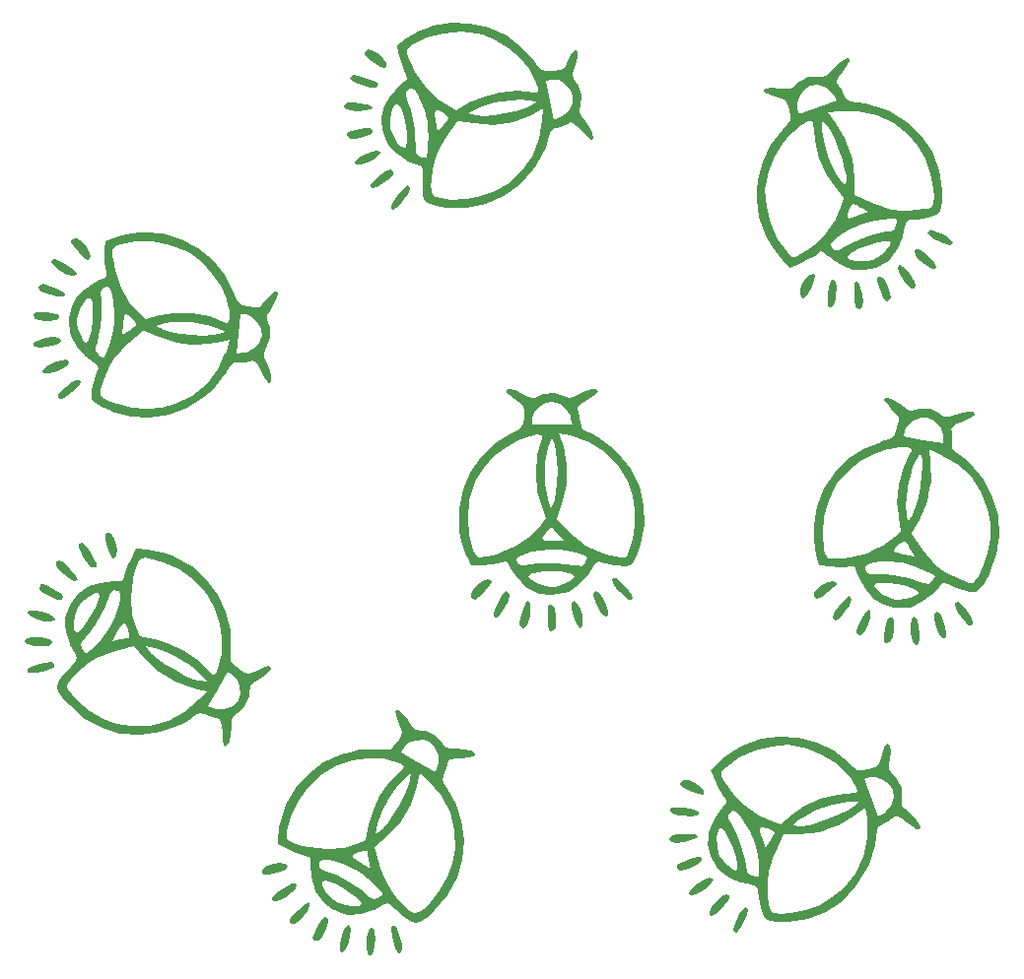
<source format=gbr>
%TF.GenerationSoftware,KiCad,Pcbnew,7.0.11*%
%TF.CreationDate,2025-03-11T10:56:17-07:00*%
%TF.ProjectId,nightLight,6e696768-744c-4696-9768-742e6b696361,rev?*%
%TF.SameCoordinates,Original*%
%TF.FileFunction,Legend,Bot*%
%TF.FilePolarity,Positive*%
%FSLAX46Y46*%
G04 Gerber Fmt 4.6, Leading zero omitted, Abs format (unit mm)*
G04 Created by KiCad (PCBNEW 7.0.11) date 2025-03-11 10:56:17*
%MOMM*%
%LPD*%
G01*
G04 APERTURE LIST*
G04 APERTURE END LIST*
%TO.C,REF\u002A\u002A*%
G36*
X106517719Y-110471583D02*
G01*
X106903510Y-110639914D01*
X107020870Y-110858812D01*
X106815830Y-111080270D01*
X106609858Y-111141167D01*
X106102182Y-111168259D01*
X105510999Y-111121622D01*
X104990176Y-111016605D01*
X104693578Y-110868558D01*
X104625274Y-110709615D01*
X104797970Y-110517617D01*
X105287044Y-110412426D01*
X106057643Y-110405867D01*
X106517719Y-110471583D01*
G37*
G36*
X105628737Y-108116500D02*
G01*
X106045186Y-108187327D01*
X106692597Y-108381704D01*
X107119937Y-108627314D01*
X107248070Y-108886526D01*
X107186742Y-108973238D01*
X106856317Y-109053203D01*
X106346218Y-109019306D01*
X105773227Y-108884673D01*
X105254122Y-108662428D01*
X104977818Y-108466777D01*
X104865186Y-108235851D01*
X105089922Y-108107779D01*
X105628737Y-108116500D01*
G37*
G36*
X107828456Y-103870019D02*
G01*
X108185290Y-104149558D01*
X108580906Y-104545547D01*
X108933636Y-104967210D01*
X109161815Y-105323768D01*
X109183776Y-105524441D01*
X108915388Y-105536211D01*
X108485895Y-105335625D01*
X108000689Y-104982929D01*
X107562662Y-104540566D01*
X107358498Y-104223600D01*
X107339912Y-103913152D01*
X107624581Y-103791268D01*
X107828456Y-103870019D01*
G37*
G36*
X112136098Y-101536112D02*
G01*
X112382136Y-101899720D01*
X112546648Y-102412659D01*
X112607945Y-102952670D01*
X112544333Y-103397493D01*
X112334121Y-103624872D01*
X112173854Y-103595352D01*
X111974911Y-103303401D01*
X111764478Y-102680880D01*
X111599569Y-102028446D01*
X111561544Y-101620768D01*
X111673985Y-101445187D01*
X111946167Y-101438281D01*
X112136098Y-101536112D01*
G37*
G36*
X107196857Y-112650130D02*
G01*
X107176971Y-112901868D01*
X107082487Y-112993805D01*
X106703498Y-113175278D01*
X106172339Y-113336774D01*
X105615591Y-113449471D01*
X105159833Y-113484544D01*
X104931644Y-113413168D01*
X104863011Y-113220929D01*
X104951355Y-113058517D01*
X105277309Y-112905497D01*
X105906789Y-112714648D01*
X106332038Y-112610956D01*
X106903313Y-112551405D01*
X107196857Y-112650130D01*
G37*
G36*
X109695497Y-102353857D02*
G01*
X109970988Y-102652952D01*
X110295731Y-103106639D01*
X110597795Y-103602594D01*
X110805253Y-104028486D01*
X110846175Y-104271994D01*
X110743188Y-104376697D01*
X110445721Y-104347285D01*
X110072267Y-104028851D01*
X109676752Y-103458889D01*
X109516180Y-103164789D01*
X109305036Y-102659274D01*
X109327678Y-102384361D01*
X109580404Y-102295332D01*
X109695497Y-102353857D01*
G37*
G36*
X106522279Y-105916339D02*
G01*
X107105618Y-106229373D01*
X107500539Y-106463817D01*
X107853942Y-106714814D01*
X107962483Y-106893792D01*
X107882246Y-107060793D01*
X107784576Y-107141145D01*
X107456994Y-107163518D01*
X106917191Y-106955179D01*
X106737430Y-106864219D01*
X106268280Y-106590105D01*
X105995423Y-106375147D01*
X105932742Y-106254220D01*
X105963499Y-105905155D01*
X105992093Y-105864516D01*
X106175421Y-105801622D01*
X106522279Y-105916339D01*
G37*
G36*
X115189722Y-102861625D02*
G01*
X115676122Y-102929098D01*
X116510547Y-103121008D01*
X117306514Y-103375973D01*
X117635596Y-103511330D01*
X119040984Y-104326560D01*
X120246834Y-105418018D01*
X121217336Y-106728777D01*
X121916685Y-108201915D01*
X122309072Y-109780506D01*
X122358691Y-111407627D01*
X122357458Y-111422712D01*
X122322428Y-112051161D01*
X122382115Y-112442906D01*
X122589509Y-112735545D01*
X122997599Y-113066680D01*
X123039426Y-113098052D01*
X123509973Y-113411508D01*
X123842030Y-113508202D01*
X124164405Y-113428023D01*
X124759874Y-113175604D01*
X125317235Y-112961514D01*
X125632646Y-112887893D01*
X125764794Y-112943371D01*
X125772366Y-113116584D01*
X125734748Y-113222137D01*
X125420850Y-113578982D01*
X124858637Y-113976561D01*
X124498178Y-114197927D01*
X124161166Y-114460708D01*
X124014164Y-114724465D01*
X123970077Y-115099243D01*
X123922408Y-115481852D01*
X123565903Y-116316514D01*
X122896438Y-116953158D01*
X122714716Y-117075241D01*
X122494151Y-117304698D01*
X122404300Y-117637812D01*
X122389847Y-118212040D01*
X122355545Y-118804358D01*
X122231159Y-119371458D01*
X122043189Y-119715746D01*
X121820389Y-119759100D01*
X121746208Y-119610485D01*
X121666839Y-119171015D01*
X121623852Y-118561423D01*
X121600029Y-118034303D01*
X121530285Y-117644211D01*
X121375171Y-117457908D01*
X121090923Y-117378232D01*
X120697857Y-117277436D01*
X120147757Y-117043217D01*
X120112775Y-117023605D01*
X120011726Y-116992103D01*
X119794271Y-116924311D01*
X119451485Y-117026612D01*
X118962286Y-117363504D01*
X118929141Y-117388457D01*
X118350264Y-117733997D01*
X117574572Y-118092078D01*
X116760304Y-118389007D01*
X116291747Y-118520224D01*
X114575839Y-118768639D01*
X112901011Y-118657734D01*
X111309322Y-118198317D01*
X109847527Y-117403751D01*
X109842828Y-117401198D01*
X108543591Y-116277187D01*
X108511874Y-116243251D01*
X107906148Y-115555117D01*
X107566428Y-115032440D01*
X107475568Y-114597425D01*
X108259773Y-114597425D01*
X108350623Y-114882501D01*
X108670702Y-115315647D01*
X109215055Y-115905863D01*
X110241232Y-116721835D01*
X111404055Y-117389212D01*
X112559037Y-117815114D01*
X113801891Y-118025380D01*
X115429566Y-117989700D01*
X116967722Y-117593286D01*
X118387292Y-116844585D01*
X118973252Y-116341261D01*
X120387490Y-116341261D01*
X120940896Y-116533587D01*
X121152780Y-116588923D01*
X121862230Y-116571841D01*
X122524920Y-116305912D01*
X122989433Y-115842238D01*
X123155494Y-115298918D01*
X123128054Y-114630087D01*
X122916954Y-114018700D01*
X122551733Y-113615060D01*
X122109030Y-113359465D01*
X121248260Y-114850362D01*
X120387490Y-116341261D01*
X118973252Y-116341261D01*
X119659212Y-115752039D01*
X120341179Y-115028039D01*
X119185916Y-114767434D01*
X117630026Y-114229899D01*
X117154098Y-113941186D01*
X116184515Y-113353006D01*
X114927089Y-112178269D01*
X114075111Y-111200651D01*
X115097232Y-111200651D01*
X115519597Y-111758316D01*
X115576415Y-111827321D01*
X116048221Y-112248540D01*
X116745015Y-112737703D01*
X117562160Y-113234402D01*
X118395020Y-113678226D01*
X119138961Y-114008768D01*
X119689347Y-114165619D01*
X120303729Y-114238790D01*
X119787854Y-113615894D01*
X119391989Y-113230969D01*
X118730650Y-112726271D01*
X117958722Y-112234789D01*
X117884944Y-112192663D01*
X117138202Y-111808998D01*
X116418179Y-111503353D01*
X115871349Y-111338615D01*
X115097232Y-111200651D01*
X114075111Y-111200651D01*
X114073745Y-111199083D01*
X114005501Y-111120775D01*
X112413663Y-111564280D01*
X111906549Y-111716855D01*
X111482376Y-111889463D01*
X110812000Y-112162260D01*
X109972335Y-112710449D01*
X109643068Y-112995113D01*
X109066622Y-113541796D01*
X108625328Y-114017872D01*
X108492563Y-114185080D01*
X108392911Y-114310584D01*
X108259773Y-114597425D01*
X107475568Y-114597425D01*
X107474803Y-114593763D01*
X107613356Y-114157627D01*
X107964173Y-113642576D01*
X108171290Y-113383965D01*
X108591118Y-112902014D01*
X108913829Y-112583444D01*
X109060077Y-112443094D01*
X109130587Y-112177118D01*
X108936765Y-111783850D01*
X108552115Y-111064720D01*
X108525003Y-110979438D01*
X109463971Y-110979438D01*
X109568166Y-111353279D01*
X109727660Y-111591151D01*
X109884779Y-111773692D01*
X110006833Y-111745305D01*
X110326762Y-111497195D01*
X110754769Y-111072231D01*
X111043956Y-110745917D01*
X112142603Y-110745917D01*
X112823803Y-110608583D01*
X112922567Y-110588853D01*
X113366101Y-110505241D01*
X113590837Y-110471376D01*
X113635522Y-110419636D01*
X113618225Y-110137295D01*
X113507663Y-109738020D01*
X113337915Y-109370189D01*
X113249480Y-109246805D01*
X113113961Y-109206449D01*
X112931210Y-109405045D01*
X112636339Y-109890741D01*
X112142603Y-110745917D01*
X111043956Y-110745917D01*
X111221417Y-110545672D01*
X111657272Y-109992774D01*
X111992897Y-109488797D01*
X112109099Y-109276313D01*
X112423814Y-108581213D01*
X112675353Y-107859533D01*
X112839009Y-107203606D01*
X112859056Y-107008157D01*
X113766469Y-107008157D01*
X113885559Y-108449079D01*
X114281013Y-109729176D01*
X114564291Y-110349433D01*
X115795886Y-110582172D01*
X116934500Y-110897556D01*
X118357911Y-111561876D01*
X119640255Y-112456148D01*
X120668421Y-113512350D01*
X120685459Y-113533232D01*
X120917595Y-113613182D01*
X121149706Y-113341017D01*
X121368532Y-112741594D01*
X121560808Y-111839772D01*
X121585270Y-111670801D01*
X121597995Y-110477131D01*
X121388555Y-109178432D01*
X120990144Y-107921819D01*
X120435953Y-106854405D01*
X120156358Y-106473081D01*
X119148821Y-105441064D01*
X117933483Y-104575067D01*
X116614782Y-103941124D01*
X115297160Y-103605270D01*
X114994957Y-103572552D01*
X114683171Y-103600932D01*
X114471041Y-103783501D01*
X114291913Y-104190723D01*
X114079138Y-104893072D01*
X113928050Y-105509602D01*
X113766469Y-107008157D01*
X112859056Y-107008157D01*
X112890072Y-106705759D01*
X112803837Y-106458328D01*
X112652238Y-106383638D01*
X112283863Y-106348578D01*
X112005689Y-106622427D01*
X111771380Y-107240278D01*
X111570912Y-107770767D01*
X111196477Y-108522829D01*
X110752134Y-109258097D01*
X110738748Y-109277971D01*
X110310329Y-109888105D01*
X109922989Y-110396335D01*
X109659096Y-110694430D01*
X109463971Y-110979438D01*
X108525003Y-110979438D01*
X108507964Y-110925839D01*
X108200590Y-109958972D01*
X108151032Y-109219673D01*
X108892553Y-109219673D01*
X108921504Y-109714037D01*
X109053693Y-109980608D01*
X109223572Y-109959173D01*
X109547069Y-109682402D01*
X109937770Y-109192056D01*
X110344116Y-108562369D01*
X110714550Y-107867575D01*
X110997511Y-107181911D01*
X111073381Y-106883891D01*
X111009801Y-106601642D01*
X110701276Y-106608468D01*
X110147546Y-106904285D01*
X110111225Y-106928535D01*
X109599012Y-107373848D01*
X109203096Y-107878105D01*
X109106237Y-108084151D01*
X108957309Y-108631661D01*
X108892553Y-109219673D01*
X108151032Y-109219673D01*
X108130227Y-108909309D01*
X108202169Y-108470408D01*
X108592424Y-107499913D01*
X109232856Y-106660404D01*
X110043529Y-106070486D01*
X110181222Y-106010031D01*
X110837944Y-105812622D01*
X111627160Y-105664073D01*
X112385469Y-105589950D01*
X112949469Y-105615819D01*
X113098176Y-105527514D01*
X113227184Y-105111996D01*
X113279157Y-104891356D01*
X113484881Y-104305966D01*
X113767984Y-103677770D01*
X114221048Y-102786244D01*
X115189722Y-102861625D01*
G37*
G36*
X165142340Y-132552334D02*
G01*
X165180190Y-132851754D01*
X165094443Y-133048683D01*
X164788869Y-133454999D01*
X164373137Y-133877893D01*
X163957911Y-134209364D01*
X163653851Y-134341408D01*
X163488189Y-134291566D01*
X163452116Y-134035858D01*
X163685906Y-133593591D01*
X164176214Y-132999062D01*
X164522285Y-132688864D01*
X164899217Y-132501533D01*
X165142340Y-132552334D01*
G37*
G36*
X163777522Y-131110528D02*
G01*
X163804527Y-131213246D01*
X163653390Y-131517766D01*
X163299539Y-131886736D01*
X162828092Y-132239133D01*
X162324169Y-132493934D01*
X161996686Y-132579833D01*
X161747388Y-132517677D01*
X161793737Y-132263196D01*
X162146761Y-131856046D01*
X162468706Y-131582554D01*
X163033755Y-131211552D01*
X163496592Y-131042066D01*
X163777522Y-131110528D01*
G37*
G36*
X161858613Y-127300022D02*
G01*
X162278423Y-127354418D01*
X162446263Y-127466585D01*
X162282764Y-127679747D01*
X161853033Y-127879824D01*
X161270967Y-128024804D01*
X160650540Y-128076008D01*
X160276496Y-128028664D01*
X160026732Y-127843350D01*
X160116345Y-127546935D01*
X160307720Y-127441378D01*
X160751228Y-127347711D01*
X161308870Y-127299189D01*
X161858613Y-127300022D01*
G37*
G36*
X161725433Y-122686573D02*
G01*
X162224113Y-122890261D01*
X162677186Y-123190417D01*
X162977051Y-123525073D01*
X163016112Y-123832261D01*
X162890480Y-123936058D01*
X162538955Y-123900795D01*
X161926813Y-123661846D01*
X161321018Y-123368798D01*
X160984276Y-123135876D01*
X160922049Y-122936880D01*
X161091714Y-122723937D01*
X161288743Y-122641326D01*
X161725433Y-122686573D01*
G37*
G36*
X166807751Y-133746005D02*
G01*
X166817446Y-133877480D01*
X166712852Y-134284451D01*
X166495144Y-134795151D01*
X166223604Y-135294084D01*
X165957515Y-135665759D01*
X165756162Y-135794683D01*
X165564781Y-135723690D01*
X165497154Y-135551618D01*
X165589452Y-135203563D01*
X165847875Y-134598679D01*
X166041787Y-134206267D01*
X166363377Y-133730366D01*
X166627691Y-133568957D01*
X166807751Y-133746005D01*
G37*
G36*
X161308871Y-125060645D02*
G01*
X161882957Y-125148044D01*
X162342561Y-125262880D01*
X162555403Y-125388056D01*
X162569412Y-125534250D01*
X162355673Y-125743218D01*
X161871686Y-125824615D01*
X161180838Y-125761232D01*
X160852331Y-125695194D01*
X160329363Y-125532001D01*
X160133321Y-125337945D01*
X160227570Y-125087119D01*
X160346383Y-125036571D01*
X160752586Y-125017788D01*
X161308871Y-125060645D01*
G37*
G36*
X162710215Y-129282351D02*
G01*
X162786571Y-129451162D01*
X162785343Y-129577631D01*
X162591916Y-129842955D01*
X162085339Y-130122550D01*
X161900113Y-130201787D01*
X161388565Y-130384980D01*
X161048508Y-130455827D01*
X160915582Y-130426114D01*
X160667953Y-130178178D01*
X160655201Y-130130152D01*
X160724863Y-129949287D01*
X161035697Y-129757317D01*
X161650459Y-129511667D01*
X162083903Y-129359838D01*
X162503341Y-129250453D01*
X162710215Y-129282351D01*
G37*
G36*
X171103862Y-119022476D02*
G01*
X172681884Y-119433658D01*
X174143377Y-120147771D01*
X175421718Y-121155653D01*
X175432481Y-121166295D01*
X175891384Y-121597089D01*
X176229844Y-121803174D01*
X176587329Y-121832406D01*
X177103308Y-121732640D01*
X177154227Y-121720765D01*
X177696810Y-121561790D01*
X177984323Y-121369574D01*
X178130121Y-121071081D01*
X178319518Y-120452674D01*
X178513780Y-119888096D01*
X178660125Y-119599154D01*
X178787566Y-119533584D01*
X178925123Y-119639123D01*
X178981801Y-119735788D01*
X179053390Y-120205623D01*
X178996569Y-120891862D01*
X178934447Y-121310281D01*
X178919122Y-121737360D01*
X179026680Y-122019510D01*
X179285439Y-122294185D01*
X179547893Y-122576638D01*
X179958124Y-123386247D01*
X180015498Y-124308313D01*
X179992210Y-124525994D01*
X180026208Y-124842449D01*
X180223633Y-125125401D01*
X180654227Y-125505579D01*
X181085920Y-125912590D01*
X181440390Y-126372400D01*
X181583305Y-126737698D01*
X181473303Y-126936240D01*
X181311775Y-126897538D01*
X180924104Y-126675852D01*
X180429498Y-126316945D01*
X180010387Y-125996367D01*
X179666729Y-125799048D01*
X179424307Y-125798119D01*
X179180561Y-125964651D01*
X178850689Y-126200967D01*
X178317669Y-126471814D01*
X178280159Y-126486006D01*
X178191074Y-126543165D01*
X177999366Y-126666169D01*
X177857394Y-126994516D01*
X177801017Y-127585815D01*
X177798827Y-127627245D01*
X177691431Y-128292799D01*
X177467132Y-129117183D01*
X177171191Y-129931811D01*
X176970526Y-130375092D01*
X176057859Y-131849232D01*
X174896342Y-133060936D01*
X173521290Y-133984933D01*
X171972994Y-134593995D01*
X171968018Y-134595953D01*
X170271842Y-134868727D01*
X170225458Y-134871210D01*
X169308964Y-134892899D01*
X168690203Y-134817169D01*
X168295260Y-134605382D01*
X168050222Y-134218902D01*
X167881170Y-133619092D01*
X167816195Y-133294198D01*
X167716859Y-132662800D01*
X167680255Y-132210816D01*
X167666748Y-132008568D01*
X167508321Y-131783588D01*
X167082473Y-131679277D01*
X166284340Y-131511688D01*
X166211187Y-131481590D01*
X168457941Y-131481590D01*
X168464358Y-131916802D01*
X168512609Y-132709786D01*
X168593646Y-133353853D01*
X168636395Y-133563036D01*
X168668482Y-133720047D01*
X168802634Y-134006414D01*
X169079413Y-134120062D01*
X169616965Y-134153288D01*
X170419000Y-134115673D01*
X171703685Y-133854073D01*
X172962373Y-133392280D01*
X174031042Y-132781277D01*
X174991006Y-131964352D01*
X176009923Y-130694546D01*
X176694960Y-129261441D01*
X177033903Y-127692730D01*
X177014539Y-126016109D01*
X176898283Y-125028313D01*
X175956058Y-125745783D01*
X174544177Y-126592142D01*
X174017088Y-126771143D01*
X172943281Y-127135812D01*
X171235123Y-127343950D01*
X169936503Y-127368241D01*
X169832649Y-127370183D01*
X169149180Y-128874682D01*
X168940092Y-129361226D01*
X168799665Y-129797112D01*
X168577730Y-130486001D01*
X168457941Y-131481590D01*
X166211187Y-131481590D01*
X166149571Y-131456239D01*
X165211332Y-131070211D01*
X164362014Y-130449401D01*
X164072040Y-130112171D01*
X163579450Y-129189395D01*
X163348010Y-128159170D01*
X163382632Y-127658652D01*
X164118015Y-127658652D01*
X164129900Y-128337271D01*
X164261693Y-128964691D01*
X164357274Y-129171332D01*
X164680962Y-129637351D01*
X165089781Y-130064923D01*
X165487095Y-130360518D01*
X165776270Y-130430603D01*
X165869046Y-130286690D01*
X165864967Y-129860972D01*
X165740478Y-129246489D01*
X165519304Y-128530455D01*
X165225171Y-127800081D01*
X164881806Y-127142585D01*
X164702278Y-126892901D01*
X164445194Y-126760180D01*
X164252107Y-127000911D01*
X164122785Y-127615241D01*
X164118015Y-127658652D01*
X163382632Y-127658652D01*
X163417197Y-127158966D01*
X163459393Y-127014629D01*
X163730301Y-126384658D01*
X164123805Y-125684598D01*
X164167020Y-125621525D01*
X165070287Y-125621525D01*
X165101260Y-126010645D01*
X165423951Y-126587283D01*
X165701471Y-127081843D01*
X166036902Y-127852093D01*
X166314531Y-128665101D01*
X166321151Y-128688129D01*
X166513158Y-129408504D01*
X166653508Y-130031908D01*
X166712235Y-130425673D01*
X166805140Y-130758348D01*
X167158494Y-130918830D01*
X167443235Y-130949551D01*
X167684063Y-130946527D01*
X167740773Y-130834781D01*
X167756356Y-130430219D01*
X167705932Y-129829185D01*
X167602520Y-129133246D01*
X167459138Y-128443966D01*
X167288805Y-127862912D01*
X167200726Y-127637314D01*
X166870543Y-126949426D01*
X166795010Y-126822638D01*
X167793119Y-126822638D01*
X167827783Y-127090288D01*
X168010308Y-127628371D01*
X168348044Y-128556291D01*
X168680706Y-127946186D01*
X168729076Y-127857846D01*
X168950124Y-127464335D01*
X169068640Y-127270409D01*
X169057728Y-127202921D01*
X168830324Y-127034685D01*
X168453393Y-126862731D01*
X168062506Y-126756329D01*
X167911144Y-126744764D01*
X167793119Y-126822638D01*
X166795010Y-126822638D01*
X166653564Y-126585212D01*
X170595588Y-126585212D01*
X171294276Y-126620122D01*
X171383659Y-126620953D01*
X172009603Y-126530282D01*
X172832214Y-126310935D01*
X173737957Y-126004238D01*
X174613299Y-125651514D01*
X175344705Y-125294091D01*
X175818641Y-124973292D01*
X176269610Y-124549682D01*
X175460846Y-124544475D01*
X174911519Y-124600301D01*
X174099798Y-124782502D01*
X173227115Y-125057915D01*
X173147421Y-125087354D01*
X172373520Y-125412776D01*
X171676560Y-125767881D01*
X171198869Y-126080885D01*
X170595588Y-126585212D01*
X166653564Y-126585212D01*
X166479391Y-126292850D01*
X166082116Y-125745860D01*
X165733567Y-125386734D01*
X165488593Y-125293748D01*
X165333931Y-125361870D01*
X165070287Y-125621525D01*
X164167020Y-125621525D01*
X164554455Y-125056054D01*
X164936804Y-124640633D01*
X164964745Y-124469955D01*
X164729365Y-124104040D01*
X164593753Y-123922402D01*
X164277554Y-123388526D01*
X163978303Y-122767861D01*
X163658810Y-122017396D01*
X164507713Y-122017396D01*
X164511214Y-122297250D01*
X164708024Y-122696227D01*
X165109285Y-123310684D01*
X165484457Y-123822721D01*
X166528554Y-124909753D01*
X167708914Y-125744732D01*
X168943719Y-126264626D01*
X169600950Y-126446316D01*
X170570893Y-125652462D01*
X171544378Y-124982957D01*
X172968228Y-124319578D01*
X174477555Y-123912072D01*
X175947544Y-123803366D01*
X175974493Y-123803736D01*
X176184952Y-123677301D01*
X176125660Y-123324548D01*
X175807134Y-122771617D01*
X175674412Y-122601522D01*
X176756434Y-122601522D01*
X177345235Y-124219240D01*
X177934037Y-125836960D01*
X178437090Y-125536651D01*
X178615676Y-125409908D01*
X179058616Y-124855457D01*
X179280872Y-124176871D01*
X179224260Y-123522990D01*
X178914795Y-123046540D01*
X178384803Y-122637644D01*
X177780760Y-122406364D01*
X177236794Y-122426685D01*
X176756434Y-122601522D01*
X175674412Y-122601522D01*
X175239890Y-122044645D01*
X175126175Y-121917293D01*
X174219951Y-121140269D01*
X173090464Y-120465922D01*
X171871749Y-119963387D01*
X170697835Y-119701801D01*
X170226004Y-119670874D01*
X168787800Y-119779324D01*
X167343204Y-120153675D01*
X166009931Y-120756367D01*
X164905701Y-121549841D01*
X164686385Y-121760312D01*
X164507713Y-122017396D01*
X163658810Y-122017396D01*
X163586579Y-121847732D01*
X164266976Y-121154138D01*
X164631315Y-120824905D01*
X165314685Y-120309056D01*
X166021637Y-119863198D01*
X166336857Y-119698112D01*
X167864725Y-119145542D01*
X169475935Y-118923383D01*
X171103862Y-119022476D01*
G37*
G36*
X136307901Y-70315349D02*
G01*
X136293181Y-70616792D01*
X136174541Y-70795839D01*
X135803053Y-71142920D01*
X135320203Y-71487199D01*
X134853726Y-71741531D01*
X134531355Y-71818769D01*
X134376865Y-71740917D01*
X134385744Y-71482831D01*
X134692781Y-71087879D01*
X135278878Y-70587524D01*
X135673558Y-70342133D01*
X136077293Y-70223101D01*
X136307901Y-70315349D01*
G37*
G36*
X135214184Y-68658449D02*
G01*
X135222942Y-68764295D01*
X135021222Y-69037945D01*
X134608676Y-69339863D01*
X134083198Y-69605040D01*
X133542685Y-69768465D01*
X133205261Y-69796192D01*
X132970544Y-69691691D01*
X133060378Y-69449124D01*
X133478741Y-69109462D01*
X133843286Y-68896030D01*
X134464175Y-68628784D01*
X134949411Y-68542244D01*
X135214184Y-68658449D01*
G37*
G36*
X133444869Y-64476335D02*
G01*
X133986115Y-64572618D01*
X134390101Y-64699087D01*
X134535914Y-64838694D01*
X134337884Y-65020227D01*
X133879939Y-65142642D01*
X133281540Y-65184345D01*
X132661647Y-65127035D01*
X132301506Y-65015459D01*
X132087717Y-64789588D01*
X132227441Y-64513238D01*
X132434238Y-64442517D01*
X132887273Y-64427287D01*
X133444869Y-64476335D01*
G37*
G36*
X134656075Y-60006131D02*
G01*
X135111809Y-60293319D01*
X135505878Y-60667591D01*
X135743075Y-61049234D01*
X135728200Y-61358538D01*
X135586452Y-61438942D01*
X135246391Y-61343173D01*
X134685042Y-61001557D01*
X134139337Y-60607765D01*
X133848158Y-60319908D01*
X133821432Y-60113129D01*
X134025496Y-59932883D01*
X134233876Y-59885741D01*
X134656075Y-60006131D01*
G37*
G36*
X137740732Y-71780081D02*
G01*
X137727449Y-71911242D01*
X137553775Y-72293867D01*
X137250691Y-72759004D01*
X136896638Y-73203205D01*
X136570051Y-73523028D01*
X136349369Y-73615028D01*
X136173224Y-73511881D01*
X136136504Y-73330679D01*
X136287839Y-73003939D01*
X136647373Y-72453120D01*
X136906480Y-72100342D01*
X137305825Y-71687515D01*
X137594151Y-71574455D01*
X137740732Y-71780081D01*
G37*
G36*
X133293197Y-62132996D02*
G01*
X133833589Y-62271800D01*
X134383776Y-62457560D01*
X134816457Y-62650462D01*
X135004329Y-62810695D01*
X134992738Y-62957101D01*
X134745960Y-63125778D01*
X134255192Y-63121895D01*
X133585845Y-62939511D01*
X133273796Y-62817431D01*
X132787111Y-62565905D01*
X132627745Y-62340755D01*
X132764118Y-62110106D01*
X132889904Y-62080958D01*
X133293197Y-62132996D01*
G37*
G36*
X134480552Y-66672710D02*
G01*
X134526434Y-66852216D01*
X134503263Y-66976550D01*
X134266702Y-67204255D01*
X133719270Y-67391636D01*
X133523098Y-67437505D01*
X132987511Y-67529085D01*
X132640318Y-67539806D01*
X132514571Y-67487462D01*
X132313758Y-67200292D01*
X132309539Y-67150781D01*
X132409550Y-66984761D01*
X132748997Y-66849683D01*
X133397075Y-66714518D01*
X133850299Y-66640262D01*
X134282360Y-66605374D01*
X134480552Y-66672710D01*
G37*
G36*
X142942301Y-57645973D02*
G01*
X144528289Y-58026246D01*
X146010936Y-58705202D01*
X147326221Y-59662252D01*
X148410125Y-60876804D01*
X148418876Y-60889153D01*
X148796001Y-61393090D01*
X149093533Y-61654817D01*
X149440511Y-61745682D01*
X149965975Y-61737030D01*
X150018182Y-61734177D01*
X150580128Y-61671836D01*
X150896651Y-61532466D01*
X151092067Y-61263826D01*
X151385971Y-60687703D01*
X151675321Y-60165435D01*
X151869616Y-59906295D01*
X152006508Y-59863852D01*
X152123648Y-59991673D01*
X152162679Y-60096712D01*
X152151595Y-60571841D01*
X151976473Y-61237787D01*
X151842637Y-61639062D01*
X151753383Y-62056991D01*
X151810312Y-62353532D01*
X152017443Y-62668967D01*
X152226863Y-62992704D01*
X152490274Y-63861249D01*
X152386661Y-64779270D01*
X152325927Y-64989600D01*
X152304457Y-65307150D01*
X152449748Y-65620086D01*
X152807784Y-66069261D01*
X153162241Y-66545051D01*
X153431481Y-67059429D01*
X153508791Y-67443993D01*
X153365985Y-67620418D01*
X153213631Y-67554254D01*
X152870344Y-67268618D01*
X152445576Y-66829276D01*
X152088501Y-66440791D01*
X151784327Y-66186794D01*
X151545750Y-66143783D01*
X151276789Y-66265459D01*
X150910893Y-66440902D01*
X150338938Y-66615077D01*
X150299534Y-66622540D01*
X150201877Y-66663361D01*
X149991721Y-66751207D01*
X149794889Y-67049913D01*
X149636691Y-67622438D01*
X149627340Y-67662858D01*
X149406003Y-68299652D01*
X149041959Y-69072563D01*
X148609055Y-69823425D01*
X148334464Y-70225126D01*
X147179681Y-71518388D01*
X145825400Y-72509988D01*
X144310788Y-73181172D01*
X142680251Y-73512123D01*
X142675010Y-73513187D01*
X140957237Y-73487279D01*
X140911126Y-73481670D01*
X140004789Y-73343882D01*
X139408579Y-73161856D01*
X139056413Y-72884705D01*
X138882209Y-72461546D01*
X138819882Y-71841493D01*
X138816739Y-71704003D01*
X139567591Y-71704003D01*
X139573366Y-71917432D01*
X139577701Y-72077629D01*
X139660089Y-72382941D01*
X139912928Y-72542924D01*
X140436543Y-72668991D01*
X141232926Y-72771220D01*
X142543519Y-72736677D01*
X143863275Y-72500469D01*
X145021807Y-72084321D01*
X146109045Y-71446502D01*
X147332982Y-70372920D01*
X148256468Y-69080543D01*
X148862665Y-67594521D01*
X149134738Y-65940009D01*
X149191777Y-64947033D01*
X148139280Y-65489986D01*
X146601879Y-66078317D01*
X146051715Y-66163071D01*
X144930897Y-66335735D01*
X143212547Y-66244092D01*
X141929438Y-66042511D01*
X141826825Y-66026390D01*
X140892485Y-67389349D01*
X140602087Y-67832194D01*
X140388102Y-68237073D01*
X140049914Y-68876957D01*
X139759063Y-69836620D01*
X139689808Y-70266334D01*
X139599626Y-71055650D01*
X139567591Y-71704003D01*
X138816739Y-71704003D01*
X138812310Y-71510252D01*
X138824125Y-70871197D01*
X138866563Y-70419724D01*
X138888381Y-70218202D01*
X138771428Y-69969130D01*
X138370164Y-69792456D01*
X137613258Y-69488818D01*
X137490164Y-69410809D01*
X136633212Y-68867722D01*
X135904600Y-68108862D01*
X135677591Y-67726401D01*
X135352722Y-66732107D01*
X135318159Y-65988513D01*
X136042780Y-65988513D01*
X136063621Y-66629287D01*
X136121867Y-66849387D01*
X136359713Y-67364533D01*
X136688074Y-67856601D01*
X137028023Y-68216697D01*
X137300635Y-68335932D01*
X137416991Y-68210316D01*
X137486899Y-67790358D01*
X137471005Y-67163593D01*
X137377530Y-66420030D01*
X137214694Y-65649677D01*
X136990718Y-64942544D01*
X136857274Y-64665479D01*
X136627143Y-64490132D01*
X136395187Y-64693677D01*
X136161152Y-65276217D01*
X136148916Y-65318140D01*
X136042780Y-65988513D01*
X135318159Y-65988513D01*
X135303696Y-65677345D01*
X135545515Y-64704350D01*
X135612134Y-64569533D01*
X135988320Y-63996175D01*
X136095095Y-63865909D01*
X137403398Y-63865909D01*
X137621053Y-64489821D01*
X137808478Y-65025059D01*
X138005060Y-65841854D01*
X138137294Y-66690720D01*
X138139815Y-66714548D01*
X138203814Y-67457320D01*
X138233778Y-68095625D01*
X138223236Y-68493606D01*
X138256961Y-68837359D01*
X138577080Y-69056762D01*
X138852160Y-69136462D01*
X139089855Y-69175303D01*
X139165108Y-69075102D01*
X139250706Y-68679392D01*
X139305416Y-68078734D01*
X139324424Y-67375410D01*
X139302911Y-66671704D01*
X139236066Y-66069899D01*
X139188500Y-65832434D01*
X139068160Y-65402606D01*
X139901021Y-65402606D01*
X139987335Y-65964209D01*
X140158808Y-66936679D01*
X140592360Y-66393609D01*
X140655336Y-66315011D01*
X140941358Y-65965862D01*
X141091748Y-65795462D01*
X141092721Y-65727105D01*
X140897985Y-65521936D01*
X140700109Y-65385827D01*
X142714482Y-65385827D01*
X143396493Y-65541533D01*
X143484373Y-65557872D01*
X144116553Y-65577273D01*
X144964756Y-65504103D01*
X145909996Y-65359346D01*
X146833289Y-65163983D01*
X147615649Y-64938996D01*
X148138091Y-64705370D01*
X148655769Y-64366505D01*
X147860196Y-64220937D01*
X147309520Y-64180525D01*
X146478492Y-64219004D01*
X145571242Y-64338693D01*
X145487647Y-64353846D01*
X144668994Y-64539938D01*
X143920959Y-64768622D01*
X143396172Y-64993921D01*
X142714482Y-65385827D01*
X140700109Y-65385827D01*
X140556641Y-65287142D01*
X140190169Y-65114479D01*
X140043114Y-65076807D01*
X139913360Y-65133002D01*
X139901021Y-65402606D01*
X139068160Y-65402606D01*
X138982783Y-65097661D01*
X138711586Y-64383137D01*
X138415332Y-63775471D01*
X138134439Y-63361276D01*
X137909334Y-63227163D01*
X137745192Y-63267394D01*
X137440464Y-63477322D01*
X137403398Y-63865909D01*
X136095095Y-63865909D01*
X136497409Y-63375082D01*
X137030662Y-62830869D01*
X137479339Y-62488153D01*
X137536495Y-62324920D01*
X137368230Y-61923690D01*
X137266220Y-61721263D01*
X137047532Y-61140591D01*
X136860604Y-60477390D01*
X136774555Y-60106468D01*
X137467140Y-60106468D01*
X137591678Y-60533560D01*
X137880144Y-61208360D01*
X138160701Y-61777766D01*
X139000176Y-63029589D01*
X140017611Y-64056850D01*
X141143377Y-64783268D01*
X141759073Y-65076324D01*
X142852132Y-64462959D01*
X143927086Y-63972670D01*
X145444498Y-63566618D01*
X147001658Y-63427395D01*
X148468192Y-63575601D01*
X148494667Y-63580645D01*
X148723884Y-63492676D01*
X148726747Y-63134987D01*
X148509076Y-62535144D01*
X148507661Y-62532478D01*
X149473490Y-62532478D01*
X149772433Y-64227864D01*
X150071375Y-65923251D01*
X150618934Y-65714858D01*
X150816816Y-65621052D01*
X151349306Y-65151940D01*
X151686020Y-64522258D01*
X151743814Y-63868480D01*
X151521785Y-63345530D01*
X151070848Y-62850815D01*
X150516144Y-62518158D01*
X149976913Y-62443711D01*
X149473490Y-62532478D01*
X148507661Y-62532478D01*
X148076688Y-61720716D01*
X147986814Y-61575553D01*
X147229287Y-60652969D01*
X146234059Y-59792734D01*
X145121122Y-59086205D01*
X144010467Y-58624746D01*
X143551174Y-58512356D01*
X142115988Y-58369417D01*
X140628333Y-58487229D01*
X139210659Y-58849244D01*
X137985419Y-59438916D01*
X137732887Y-59608105D01*
X137512288Y-59830258D01*
X137467140Y-60106468D01*
X136774555Y-60106468D01*
X136634609Y-59503218D01*
X137425111Y-58938312D01*
X137841087Y-58677347D01*
X138603650Y-58288001D01*
X139377285Y-57971677D01*
X139716382Y-57863837D01*
X141316992Y-57584973D01*
X142942301Y-57645973D01*
G37*
G36*
X108444022Y-86712569D02*
G01*
X108351784Y-86999931D01*
X108190846Y-87142171D01*
X107742185Y-87381277D01*
X107186682Y-87588854D01*
X106670273Y-87713786D01*
X106338897Y-87704957D01*
X106209821Y-87589773D01*
X106285194Y-87342779D01*
X106683990Y-87040752D01*
X107379618Y-86709139D01*
X107824361Y-86574260D01*
X108245147Y-86563778D01*
X108444022Y-86712569D01*
G37*
G36*
X107590735Y-84648278D02*
G01*
X107816410Y-84829051D01*
X107797474Y-84933558D01*
X107531802Y-85145674D01*
X107055170Y-85330530D01*
X106478965Y-85450668D01*
X105914572Y-85468629D01*
X105581470Y-85408080D01*
X105381797Y-85246390D01*
X105531351Y-85035339D01*
X106023369Y-84815531D01*
X106430733Y-84703723D01*
X107099634Y-84606281D01*
X107590735Y-84648278D01*
G37*
G36*
X106663891Y-80139814D02*
G01*
X107189793Y-80331508D01*
X107687677Y-80564594D01*
X108045165Y-80791313D01*
X108149877Y-80963903D01*
X107911610Y-81087996D01*
X107437585Y-81087715D01*
X106848783Y-80973120D01*
X106264845Y-80757323D01*
X105945854Y-80556337D01*
X105797809Y-80282830D01*
X106004296Y-80052059D01*
X106222351Y-80037271D01*
X106663891Y-80139814D01*
G37*
G36*
X109140049Y-76101544D02*
G01*
X109516702Y-76327105D01*
X109882578Y-76722460D01*
X110166350Y-77185971D01*
X110296689Y-77616001D01*
X110202267Y-77910916D01*
X110044539Y-77951893D01*
X109740852Y-77771373D01*
X109287047Y-77296110D01*
X108861858Y-76774497D01*
X108655103Y-76421086D01*
X108682806Y-76214436D01*
X108926568Y-76093147D01*
X109140049Y-76101544D01*
G37*
G36*
X109448930Y-88498235D02*
G01*
X109402152Y-88621489D01*
X109135365Y-88946127D01*
X108722223Y-89316970D01*
X108265266Y-89654400D01*
X107867031Y-89878798D01*
X107630057Y-89910546D01*
X107486610Y-89765325D01*
X107498040Y-89580793D01*
X107728785Y-89304355D01*
X108218631Y-88865359D01*
X108560215Y-88591663D01*
X109052799Y-88296261D01*
X109360564Y-88261678D01*
X109448930Y-88498235D01*
G37*
G36*
X107273707Y-77874115D02*
G01*
X107649790Y-78028760D01*
X108135844Y-78302698D01*
X108619206Y-78624528D01*
X108987216Y-78922842D01*
X109127216Y-79126241D01*
X109078127Y-79264658D01*
X108796100Y-79363717D01*
X108323060Y-79232946D01*
X107723725Y-78883537D01*
X107453906Y-78684853D01*
X107048904Y-78315934D01*
X106953241Y-78057208D01*
X107144664Y-77869715D01*
X107273707Y-77874115D01*
G37*
G36*
X106564344Y-82481056D02*
G01*
X107021343Y-82526633D01*
X107447712Y-82604759D01*
X107621722Y-82721097D01*
X107619581Y-82906361D01*
X107565020Y-83020462D01*
X107277585Y-83179182D01*
X106700309Y-83218492D01*
X106498950Y-83212025D01*
X105957910Y-83161864D01*
X105619772Y-83082360D01*
X105511858Y-82999254D01*
X105392212Y-82669894D01*
X105400951Y-82620979D01*
X105540523Y-82486501D01*
X105903364Y-82443880D01*
X106564344Y-82481056D01*
G37*
G36*
X116577296Y-75712418D02*
G01*
X118131436Y-76192001D01*
X119564960Y-76969800D01*
X120821361Y-78009359D01*
X121844126Y-79274219D01*
X122576747Y-80727921D01*
X122582004Y-80742114D01*
X122815851Y-81326487D01*
X123035504Y-81656303D01*
X123347142Y-81833875D01*
X123856941Y-81961519D01*
X123908107Y-81972275D01*
X124467040Y-82057501D01*
X124808850Y-82004802D01*
X125067136Y-81795893D01*
X125500138Y-81315469D01*
X125914800Y-80885886D01*
X126169546Y-80685864D01*
X126312758Y-80680296D01*
X126392824Y-80834081D01*
X126403339Y-80945642D01*
X126269660Y-81401712D01*
X125928146Y-81999642D01*
X125695013Y-82352605D01*
X125500632Y-82733193D01*
X125478871Y-83034364D01*
X125597303Y-83392660D01*
X125715798Y-83759567D01*
X125745438Y-84666693D01*
X125407754Y-85526617D01*
X125294652Y-85714060D01*
X125191726Y-86015234D01*
X125251072Y-86355111D01*
X125480653Y-86881646D01*
X125699889Y-87432965D01*
X125826824Y-87999500D01*
X125801968Y-88390970D01*
X125618365Y-88524422D01*
X125488327Y-88421081D01*
X125230666Y-88056329D01*
X124934081Y-87522018D01*
X124689720Y-87054353D01*
X124461651Y-86730285D01*
X124242335Y-86626991D01*
X123951046Y-86674909D01*
X123552209Y-86749673D01*
X122954664Y-86769881D01*
X122914670Y-86766891D01*
X122809776Y-86781045D01*
X122584045Y-86811505D01*
X122316609Y-87049089D01*
X122015621Y-87561162D01*
X121996127Y-87597784D01*
X121617518Y-88155594D01*
X121065834Y-88807947D01*
X120453344Y-89421180D01*
X120084141Y-89738124D01*
X118633986Y-90688439D01*
X117069206Y-91295737D01*
X115432487Y-91552041D01*
X113771853Y-91449701D01*
X113766516Y-91449373D01*
X112113979Y-90979755D01*
X112070892Y-90962402D01*
X111231100Y-90594732D01*
X110702317Y-90264598D01*
X110433882Y-89905744D01*
X110375135Y-89451915D01*
X110406248Y-89261087D01*
X111146295Y-89261087D01*
X111146854Y-89577319D01*
X111349671Y-89797291D01*
X111822816Y-90054583D01*
X112565604Y-90359448D01*
X113840481Y-90665288D01*
X115176402Y-90778707D01*
X116403166Y-90676589D01*
X117618436Y-90341901D01*
X119078532Y-89621679D01*
X120305042Y-88612354D01*
X121275195Y-87333863D01*
X121863886Y-86032377D01*
X122875276Y-86032377D01*
X123458113Y-85972804D01*
X123673531Y-85933410D01*
X124309292Y-85618101D01*
X124797507Y-85097023D01*
X125022541Y-84480480D01*
X124943427Y-83917884D01*
X124635898Y-83323315D01*
X124186192Y-82858424D01*
X123684604Y-82646951D01*
X123175360Y-82602398D01*
X123025318Y-84317387D01*
X122875276Y-86032377D01*
X121863886Y-86032377D01*
X121966216Y-85806144D01*
X122278312Y-84861766D01*
X121121152Y-85113813D01*
X119483865Y-85284188D01*
X118930512Y-85223661D01*
X117803196Y-85100353D01*
X116167116Y-84567091D01*
X114979902Y-84040285D01*
X114884957Y-83998155D01*
X113629695Y-85072847D01*
X113234575Y-85425442D01*
X112923091Y-85761142D01*
X112430812Y-86291693D01*
X111901493Y-87143379D01*
X111723379Y-87540526D01*
X111431981Y-88279606D01*
X111233231Y-88897576D01*
X111183570Y-89105227D01*
X111146295Y-89261087D01*
X110406248Y-89261087D01*
X110475414Y-88836859D01*
X110553832Y-88514945D01*
X110730644Y-87900723D01*
X110888486Y-87475617D01*
X110961717Y-87286610D01*
X110913214Y-87015755D01*
X110571349Y-86741246D01*
X109918821Y-86252053D01*
X109820113Y-86144843D01*
X109492850Y-85789394D01*
X110709201Y-85789394D01*
X110961626Y-86084174D01*
X111206706Y-86232354D01*
X111426249Y-86331391D01*
X111524871Y-86254082D01*
X111709970Y-85894010D01*
X111918277Y-85327978D01*
X112118671Y-84653539D01*
X112167604Y-84445713D01*
X113038176Y-84445713D01*
X113597513Y-84033359D01*
X113678685Y-83973738D01*
X114045328Y-83710514D01*
X114198052Y-83609162D01*
X115908158Y-83609162D01*
X116526631Y-83936079D01*
X116607288Y-83974606D01*
X117212904Y-84156966D01*
X118051144Y-84305821D01*
X119001642Y-84410642D01*
X119944037Y-84460902D01*
X120757970Y-84446071D01*
X121323078Y-84355624D01*
X121910820Y-84162290D01*
X121180031Y-83815773D01*
X120658579Y-83634213D01*
X119845908Y-83456295D01*
X118938595Y-83337091D01*
X118853926Y-83330092D01*
X118015004Y-83297960D01*
X117233270Y-83325246D01*
X116668053Y-83407044D01*
X115908158Y-83609162D01*
X114198052Y-83609162D01*
X114234696Y-83584844D01*
X114253328Y-83519068D01*
X114118329Y-83270489D01*
X113849385Y-82955349D01*
X113540089Y-82693719D01*
X113407795Y-82619270D01*
X113267918Y-82639968D01*
X113186220Y-82897191D01*
X113124240Y-83461998D01*
X113038176Y-84445713D01*
X112167604Y-84445713D01*
X112280025Y-83968243D01*
X112371215Y-83369644D01*
X112386730Y-83127959D01*
X112378197Y-82364980D01*
X112301173Y-81604611D01*
X112172288Y-80940975D01*
X112008169Y-80468193D01*
X111825445Y-80280388D01*
X111656483Y-80276765D01*
X111307805Y-80400671D01*
X111171428Y-80766424D01*
X111220187Y-81425410D01*
X111262696Y-81990919D01*
X111241178Y-82830762D01*
X111149203Y-83684928D01*
X111145471Y-83708597D01*
X111015045Y-84442623D01*
X110878783Y-85066934D01*
X110765595Y-85448626D01*
X110709201Y-85789394D01*
X109492850Y-85789394D01*
X109132922Y-85398466D01*
X108625544Y-84476884D01*
X108505258Y-84048701D01*
X108465684Y-83316557D01*
X109161383Y-83316557D01*
X109257796Y-83875710D01*
X109447612Y-84435996D01*
X109682777Y-84871808D01*
X109915240Y-85057537D01*
X110060143Y-84966317D01*
X110236363Y-84578762D01*
X110383229Y-83969240D01*
X110485387Y-83226820D01*
X110527481Y-82440571D01*
X110494156Y-81699564D01*
X110436970Y-81397402D01*
X110260063Y-81168467D01*
X109983329Y-81305042D01*
X109606497Y-81807160D01*
X109583827Y-81844488D01*
X109307802Y-82464548D01*
X109162088Y-83088882D01*
X109161383Y-83316557D01*
X108465684Y-83316557D01*
X108448801Y-83004205D01*
X108674438Y-81972693D01*
X109159847Y-81095440D01*
X109259089Y-80982459D01*
X109770853Y-80526002D01*
X110423346Y-80057834D01*
X111079281Y-79670180D01*
X111601372Y-79455269D01*
X111698827Y-79312391D01*
X111640143Y-78881283D01*
X111594000Y-78659351D01*
X111533052Y-78041864D01*
X111524143Y-77352881D01*
X111530959Y-77151580D01*
X112206013Y-77151580D01*
X112215768Y-77596352D01*
X112319754Y-78322820D01*
X112443379Y-78945437D01*
X112930253Y-80371877D01*
X113647145Y-81627467D01*
X114546541Y-82620502D01*
X115065409Y-83062927D01*
X116279973Y-82753366D01*
X117445195Y-82558001D01*
X119015997Y-82558521D01*
X120556132Y-82827064D01*
X121934336Y-83349787D01*
X121958604Y-83361511D01*
X122202778Y-83335866D01*
X122298121Y-82991106D01*
X122243117Y-82355365D01*
X122036252Y-81456777D01*
X121987011Y-81293299D01*
X121494078Y-80206089D01*
X120755407Y-79117581D01*
X119863256Y-78147078D01*
X118909880Y-77413884D01*
X118495326Y-77186450D01*
X117146038Y-76676928D01*
X115678582Y-76405692D01*
X114215517Y-76388451D01*
X112879408Y-76640915D01*
X112591691Y-76738979D01*
X112321112Y-76896467D01*
X112206013Y-77151580D01*
X111530959Y-77151580D01*
X111557983Y-76353411D01*
X112467758Y-76012350D01*
X112937102Y-75867939D01*
X113774452Y-75689226D01*
X114603596Y-75583912D01*
X114959050Y-75567512D01*
X116577296Y-75712418D01*
G37*
G36*
X181648683Y-77105557D02*
G01*
X182054999Y-77411131D01*
X182477893Y-77826863D01*
X182809364Y-78242089D01*
X182941408Y-78546149D01*
X182891566Y-78711811D01*
X182635858Y-78747884D01*
X182193591Y-78514094D01*
X181599062Y-78023786D01*
X181288864Y-77677715D01*
X181101533Y-77300783D01*
X181152334Y-77057660D01*
X181451754Y-77019810D01*
X181648683Y-77105557D01*
G37*
G36*
X180117766Y-78546610D02*
G01*
X180486736Y-78900461D01*
X180839133Y-79371908D01*
X181093934Y-79875831D01*
X181179833Y-80203314D01*
X181117677Y-80452612D01*
X180863196Y-80406263D01*
X180456046Y-80053239D01*
X180182554Y-79731294D01*
X179811552Y-79166245D01*
X179642066Y-78703408D01*
X179710528Y-78422478D01*
X179813246Y-78395473D01*
X180117766Y-78546610D01*
G37*
G36*
X176279747Y-79917236D02*
G01*
X176479824Y-80346967D01*
X176624804Y-80929033D01*
X176676008Y-81549460D01*
X176628664Y-81923504D01*
X176443350Y-82173268D01*
X176146935Y-82083655D01*
X176041378Y-81892280D01*
X175947711Y-81448772D01*
X175899189Y-80891130D01*
X175900022Y-80341387D01*
X175954418Y-79921577D01*
X176066585Y-79753737D01*
X176279747Y-79917236D01*
G37*
G36*
X172536058Y-79309520D02*
G01*
X172500795Y-79661045D01*
X172261846Y-80273187D01*
X171968798Y-80878982D01*
X171735876Y-81215724D01*
X171536880Y-81277951D01*
X171323937Y-81108286D01*
X171241326Y-80911257D01*
X171286573Y-80474567D01*
X171490261Y-79975887D01*
X171790417Y-79522814D01*
X172125073Y-79222949D01*
X172432261Y-79183888D01*
X172536058Y-79309520D01*
G37*
G36*
X182884451Y-75487148D02*
G01*
X183395151Y-75704856D01*
X183894084Y-75976396D01*
X184265759Y-76242485D01*
X184394683Y-76443838D01*
X184323690Y-76635219D01*
X184151618Y-76702846D01*
X183803563Y-76610548D01*
X183198679Y-76352125D01*
X182806267Y-76158213D01*
X182330366Y-75836623D01*
X182168957Y-75572309D01*
X182346005Y-75392249D01*
X182477480Y-75382554D01*
X182884451Y-75487148D01*
G37*
G36*
X174343218Y-79844327D02*
G01*
X174424615Y-80328314D01*
X174361232Y-81019162D01*
X174295194Y-81347669D01*
X174132001Y-81870637D01*
X173937945Y-82066679D01*
X173687119Y-81972430D01*
X173636571Y-81853617D01*
X173617788Y-81447414D01*
X173660645Y-80891129D01*
X173748044Y-80317043D01*
X173862880Y-79857439D01*
X173988056Y-79644597D01*
X174134250Y-79630588D01*
X174343218Y-79844327D01*
G37*
G36*
X178177631Y-79414657D02*
G01*
X178442955Y-79608084D01*
X178722550Y-80114661D01*
X178801787Y-80299887D01*
X178984980Y-80811435D01*
X179055827Y-81151492D01*
X179026114Y-81284418D01*
X178778178Y-81532047D01*
X178730152Y-81544799D01*
X178549287Y-81475137D01*
X178357317Y-81164303D01*
X178111667Y-80549541D01*
X177959838Y-80116097D01*
X177850453Y-79696659D01*
X177882351Y-79489785D01*
X178051162Y-79413429D01*
X178177631Y-79414657D01*
G37*
G36*
X175536240Y-60726697D02*
G01*
X175497538Y-60888225D01*
X175275852Y-61275896D01*
X174916945Y-61770502D01*
X174596367Y-62189613D01*
X174399048Y-62533271D01*
X174398119Y-62775693D01*
X174564651Y-63019439D01*
X174800967Y-63349311D01*
X175071814Y-63882331D01*
X175086006Y-63919841D01*
X175143165Y-64008926D01*
X175266169Y-64200634D01*
X175594516Y-64342606D01*
X176185815Y-64398983D01*
X176227245Y-64401173D01*
X176892799Y-64508569D01*
X177717183Y-64732868D01*
X178531811Y-65028809D01*
X178975092Y-65229474D01*
X180449232Y-66142141D01*
X181660936Y-67303658D01*
X182584933Y-68678710D01*
X183193995Y-70227006D01*
X183195953Y-70231982D01*
X183468727Y-71928158D01*
X183471210Y-71974542D01*
X183492899Y-72891036D01*
X183417169Y-73509797D01*
X183205382Y-73904740D01*
X182818902Y-74149778D01*
X182219092Y-74318830D01*
X181894198Y-74383805D01*
X181262800Y-74483141D01*
X180810816Y-74519745D01*
X180608568Y-74533252D01*
X180383588Y-74691679D01*
X180279277Y-75117527D01*
X180111688Y-75915660D01*
X180056239Y-76050429D01*
X179670211Y-76988668D01*
X179049401Y-77837986D01*
X178712171Y-78127960D01*
X177789395Y-78620550D01*
X176759170Y-78851990D01*
X175758966Y-78782803D01*
X175614629Y-78740607D01*
X174984658Y-78469699D01*
X174284598Y-78076195D01*
X173815523Y-77754806D01*
X175360180Y-77754806D01*
X175600911Y-77947893D01*
X176215241Y-78077215D01*
X176258652Y-78081985D01*
X176937271Y-78070100D01*
X177564691Y-77938307D01*
X177771332Y-77842726D01*
X178237351Y-77519038D01*
X178664923Y-77110219D01*
X178960518Y-76712905D01*
X179030603Y-76423730D01*
X178886690Y-76330954D01*
X178460972Y-76335033D01*
X177846489Y-76459522D01*
X177130455Y-76680696D01*
X176400081Y-76974829D01*
X175742585Y-77318194D01*
X175492901Y-77497722D01*
X175360180Y-77754806D01*
X173815523Y-77754806D01*
X173656054Y-77645545D01*
X173240633Y-77263196D01*
X173069955Y-77235255D01*
X172704040Y-77470635D01*
X172522402Y-77606247D01*
X171988526Y-77922446D01*
X171367861Y-78221697D01*
X170447732Y-78613421D01*
X169754138Y-77933024D01*
X169424905Y-77568685D01*
X168909056Y-76885315D01*
X168463198Y-76178363D01*
X168298112Y-75863143D01*
X167745542Y-74335275D01*
X167523383Y-72724065D01*
X167569040Y-71973996D01*
X168270874Y-71973996D01*
X168379324Y-73412200D01*
X168753675Y-74856796D01*
X169356367Y-76190069D01*
X170149841Y-77294299D01*
X170360312Y-77513615D01*
X170617396Y-77692287D01*
X170897250Y-77688786D01*
X171296227Y-77491976D01*
X171910684Y-77090715D01*
X172422721Y-76715543D01*
X172427027Y-76711407D01*
X173893748Y-76711407D01*
X173961870Y-76866069D01*
X174221525Y-77129713D01*
X174610645Y-77098740D01*
X175187283Y-76776049D01*
X175681843Y-76498529D01*
X176452093Y-76163098D01*
X177265101Y-75885469D01*
X177288129Y-75878849D01*
X178008504Y-75686842D01*
X178631908Y-75546492D01*
X179025673Y-75487765D01*
X179358348Y-75394860D01*
X179518830Y-75041506D01*
X179549551Y-74756765D01*
X179546527Y-74515937D01*
X179434781Y-74459227D01*
X179030219Y-74443644D01*
X178429185Y-74494068D01*
X177733246Y-74597480D01*
X177043966Y-74740862D01*
X176462912Y-74911195D01*
X176237314Y-74999274D01*
X175549426Y-75329457D01*
X174892850Y-75720609D01*
X174345860Y-76117884D01*
X173986734Y-76466433D01*
X173893748Y-76711407D01*
X172427027Y-76711407D01*
X173509753Y-75671446D01*
X174344732Y-74491086D01*
X174429878Y-74288856D01*
X175344764Y-74288856D01*
X175422638Y-74406881D01*
X175690288Y-74372217D01*
X176228371Y-74189692D01*
X177156291Y-73851956D01*
X176546186Y-73519294D01*
X176457846Y-73470924D01*
X176064335Y-73249876D01*
X175870409Y-73131360D01*
X175802921Y-73142272D01*
X175634685Y-73369676D01*
X175462731Y-73746607D01*
X175356329Y-74137494D01*
X175344764Y-74288856D01*
X174429878Y-74288856D01*
X174864626Y-73256281D01*
X175046316Y-72599050D01*
X174252462Y-71629107D01*
X173582957Y-70655622D01*
X172919578Y-69231772D01*
X172512072Y-67722445D01*
X172439357Y-66739154D01*
X173144475Y-66739154D01*
X173200301Y-67288481D01*
X173382502Y-68100202D01*
X173657915Y-68972885D01*
X173687354Y-69052579D01*
X174012776Y-69826480D01*
X174367881Y-70523440D01*
X174680885Y-71001131D01*
X175185212Y-71604412D01*
X175220122Y-70905724D01*
X175220953Y-70816341D01*
X175130282Y-70190397D01*
X174910935Y-69367786D01*
X174604238Y-68462043D01*
X174251514Y-67586701D01*
X173894091Y-66855295D01*
X173573292Y-66381359D01*
X173149682Y-65930390D01*
X173144475Y-66739154D01*
X172439357Y-66739154D01*
X172403366Y-66252456D01*
X172403736Y-66225507D01*
X172277301Y-66015048D01*
X171924548Y-66074340D01*
X171371617Y-66392866D01*
X170644645Y-66960110D01*
X170517293Y-67073825D01*
X169740269Y-67980049D01*
X169065922Y-69109536D01*
X168563387Y-70328251D01*
X168301801Y-71502165D01*
X168270874Y-71973996D01*
X167569040Y-71973996D01*
X167622476Y-71096138D01*
X168033658Y-69518116D01*
X168747771Y-68056623D01*
X169755653Y-66778282D01*
X169766295Y-66767519D01*
X170197089Y-66308616D01*
X170403174Y-65970156D01*
X170432406Y-65612671D01*
X170332640Y-65096692D01*
X170320765Y-65045773D01*
X170161790Y-64503190D01*
X170105665Y-64419240D01*
X171006364Y-64419240D01*
X171026685Y-64963206D01*
X171201522Y-65443566D01*
X171591249Y-65301717D01*
X173628313Y-65301717D01*
X174345783Y-66243942D01*
X175192142Y-67655823D01*
X175371143Y-68182912D01*
X175735812Y-69256719D01*
X175943950Y-70964877D01*
X175968241Y-72263497D01*
X175970183Y-72367351D01*
X177474682Y-73050820D01*
X177961226Y-73259908D01*
X178397112Y-73400335D01*
X179086001Y-73622270D01*
X180081590Y-73742059D01*
X180516802Y-73735642D01*
X181309786Y-73687391D01*
X181953853Y-73606354D01*
X182163036Y-73563605D01*
X182320047Y-73531518D01*
X182606414Y-73397366D01*
X182720062Y-73120587D01*
X182753288Y-72583035D01*
X182715673Y-71781000D01*
X182454073Y-70496315D01*
X181992280Y-69237627D01*
X181381277Y-68168958D01*
X180564352Y-67208994D01*
X179294546Y-66190077D01*
X177861441Y-65505040D01*
X176292730Y-65166097D01*
X174616109Y-65185461D01*
X173628313Y-65301717D01*
X171591249Y-65301717D01*
X172819240Y-64854765D01*
X174436960Y-64265963D01*
X174136651Y-63762910D01*
X174009908Y-63584324D01*
X173455457Y-63141384D01*
X172776871Y-62919128D01*
X172122990Y-62975740D01*
X171646540Y-63285205D01*
X171237644Y-63815197D01*
X171006364Y-64419240D01*
X170105665Y-64419240D01*
X169969574Y-64215677D01*
X169671081Y-64069879D01*
X169052674Y-63880482D01*
X168488096Y-63686220D01*
X168199154Y-63539875D01*
X168133584Y-63412434D01*
X168239123Y-63274877D01*
X168335788Y-63218199D01*
X168805623Y-63146610D01*
X169491862Y-63203431D01*
X169910281Y-63265553D01*
X170337360Y-63280878D01*
X170619510Y-63173320D01*
X170894185Y-62914561D01*
X171176638Y-62652107D01*
X171986247Y-62241876D01*
X172908313Y-62184502D01*
X173125994Y-62207790D01*
X173442449Y-62173792D01*
X173725401Y-61976367D01*
X174105579Y-61545773D01*
X174512590Y-61114080D01*
X174972400Y-60759610D01*
X175337698Y-60616695D01*
X175536240Y-60726697D01*
G37*
G36*
X183250683Y-108312391D02*
G01*
X183378355Y-108485114D01*
X183577448Y-108952907D01*
X183735819Y-109524388D01*
X183815268Y-110049720D01*
X183777592Y-110379066D01*
X183651596Y-110497612D01*
X183412111Y-110400998D01*
X183145990Y-109977397D01*
X182876267Y-109255514D01*
X182780664Y-108800708D01*
X182806896Y-108380610D01*
X182972453Y-108195459D01*
X183250683Y-108312391D01*
G37*
G36*
X181143861Y-108684495D02*
G01*
X181332016Y-108967644D01*
X181474627Y-109458573D01*
X181544088Y-110043057D01*
X181512791Y-110606868D01*
X181423440Y-110933425D01*
X181244963Y-111118246D01*
X181047750Y-110950866D01*
X180871660Y-110441563D01*
X180795782Y-110026005D01*
X180757009Y-109351156D01*
X180841648Y-108865585D01*
X181041403Y-108656524D01*
X181143861Y-108684495D01*
G37*
G36*
X177322880Y-108235632D02*
G01*
X177281287Y-108707828D01*
X177115811Y-109284402D01*
X176849941Y-109847310D01*
X176621918Y-110147570D01*
X176336549Y-110271214D01*
X176124653Y-110045399D01*
X176128925Y-109826885D01*
X176269561Y-109395963D01*
X176506361Y-108888769D01*
X176781953Y-108413095D01*
X177038967Y-108076727D01*
X177220026Y-107987456D01*
X177322880Y-108235632D01*
G37*
G36*
X174357534Y-105676790D02*
G01*
X174384609Y-105837489D01*
X174178307Y-106124287D01*
X173665301Y-106534944D01*
X173108616Y-106913053D01*
X172738529Y-107088220D01*
X172535080Y-107042611D01*
X172435498Y-106789206D01*
X172462470Y-106577269D01*
X172720000Y-106221708D01*
X173145738Y-105891682D01*
X173632218Y-105649387D01*
X174071971Y-105557024D01*
X174357534Y-105676790D01*
G37*
G36*
X184957616Y-107407348D02*
G01*
X185257766Y-107701414D01*
X185591191Y-108145306D01*
X185887510Y-108629932D01*
X186076346Y-109046210D01*
X186087320Y-109285049D01*
X185930148Y-109415293D01*
X185747315Y-109387824D01*
X185492040Y-109133864D01*
X185097407Y-108607620D01*
X184854524Y-108243482D01*
X184603177Y-107727026D01*
X184595550Y-107417419D01*
X184838908Y-107350007D01*
X184957616Y-107407348D01*
G37*
G36*
X175608150Y-106914639D02*
G01*
X175682251Y-107204226D01*
X175510750Y-107664069D01*
X175110435Y-108230670D01*
X174888990Y-108482146D01*
X174486177Y-108853454D01*
X174220099Y-108926203D01*
X174050002Y-108719167D01*
X174065633Y-108590999D01*
X174252467Y-108229825D01*
X174567725Y-107769496D01*
X174930458Y-107316023D01*
X175259711Y-106975413D01*
X175474538Y-106853673D01*
X175608150Y-106914639D01*
G37*
G36*
X179108875Y-108685030D02*
G01*
X179217786Y-108749328D01*
X179350850Y-109049503D01*
X179339698Y-109628008D01*
X179315706Y-109828037D01*
X179218581Y-110362647D01*
X179109909Y-110692568D01*
X179017713Y-110792829D01*
X178679180Y-110883314D01*
X178631212Y-110870344D01*
X178509410Y-110719583D01*
X178498575Y-110354408D01*
X178593218Y-109699184D01*
X178678452Y-109247896D01*
X178793441Y-108829959D01*
X178924502Y-108666750D01*
X179108875Y-108685030D01*
G37*
G36*
X179235413Y-89974781D02*
G01*
X179801303Y-90367109D01*
X180132603Y-90630118D01*
X180494801Y-90856930D01*
X180792930Y-90904856D01*
X181160184Y-90818102D01*
X181536023Y-90732036D01*
X182442281Y-90781571D01*
X183269500Y-91192916D01*
X183446373Y-91321925D01*
X183737430Y-91450709D01*
X184081186Y-91421210D01*
X184625728Y-91238394D01*
X185194056Y-91068043D01*
X185769498Y-90990967D01*
X186157312Y-91049848D01*
X186274254Y-91244383D01*
X186159973Y-91364920D01*
X185774152Y-91589810D01*
X185216026Y-91838698D01*
X184728843Y-92041369D01*
X184386130Y-92240327D01*
X184264114Y-92449805D01*
X184286462Y-92744162D01*
X184326182Y-93147997D01*
X184294233Y-93745030D01*
X184287768Y-93784610D01*
X184292727Y-93890340D01*
X184303397Y-94117866D01*
X184516768Y-94404991D01*
X185000660Y-94749464D01*
X185035444Y-94772076D01*
X185558133Y-95197860D01*
X186159921Y-95804301D01*
X186717439Y-96467908D01*
X187000999Y-96863329D01*
X187821308Y-98390791D01*
X188289916Y-100002546D01*
X188402595Y-101655375D01*
X188155910Y-103300770D01*
X188155118Y-103306059D01*
X187543259Y-104911377D01*
X187522217Y-104952788D01*
X187082754Y-105757340D01*
X186707789Y-106255338D01*
X186326905Y-106491475D01*
X185869683Y-106510444D01*
X185265707Y-106356942D01*
X184951853Y-106250765D01*
X184355378Y-106021093D01*
X183945647Y-105826802D01*
X183763741Y-105737375D01*
X183489690Y-105762087D01*
X183186430Y-106078726D01*
X182642227Y-106686135D01*
X182526821Y-106775124D01*
X181723392Y-107394649D01*
X180761096Y-107819775D01*
X180324059Y-107902285D01*
X179278617Y-107867493D01*
X178270696Y-107552813D01*
X177439088Y-106992793D01*
X177335186Y-106884082D01*
X176925069Y-106334483D01*
X176669360Y-105903129D01*
X177607727Y-105903129D01*
X177719663Y-106190712D01*
X178187027Y-106609873D01*
X178222237Y-106635710D01*
X178815881Y-106964727D01*
X179425139Y-107164300D01*
X179651886Y-107184846D01*
X180217314Y-107137533D01*
X180792012Y-106997272D01*
X181246661Y-106800985D01*
X181451944Y-106585594D01*
X181373701Y-106433292D01*
X181002979Y-106223965D01*
X180408576Y-106024535D01*
X179677885Y-105858059D01*
X178898297Y-105747599D01*
X178157205Y-105716214D01*
X177851209Y-105746848D01*
X177607727Y-105903129D01*
X176669360Y-105903129D01*
X176515551Y-105643669D01*
X176186541Y-104956443D01*
X176023174Y-104434305D01*
X176841124Y-104434305D01*
X176934169Y-104792455D01*
X177286644Y-104960191D01*
X177947373Y-104969052D01*
X178514434Y-104975993D01*
X179349205Y-105070626D01*
X180192105Y-105236696D01*
X180215359Y-105242477D01*
X180935225Y-105436381D01*
X181545284Y-105626536D01*
X181915658Y-105772561D01*
X182250215Y-105858440D01*
X182565873Y-105632667D01*
X182734850Y-105401435D01*
X182852644Y-105191359D01*
X182784224Y-105086374D01*
X182441655Y-104870597D01*
X181895933Y-104613749D01*
X181241526Y-104355337D01*
X180572900Y-104134870D01*
X179984527Y-103991855D01*
X179745113Y-103955335D01*
X178984294Y-103897338D01*
X178220106Y-103907798D01*
X177547762Y-103978352D01*
X177062475Y-104100642D01*
X176859459Y-104266302D01*
X176841124Y-104434305D01*
X176023174Y-104434305D01*
X176017950Y-104417609D01*
X175884110Y-104308071D01*
X175449528Y-104328959D01*
X175224418Y-104355584D01*
X174603969Y-104362482D01*
X173916832Y-104311308D01*
X172924114Y-104190487D01*
X172663643Y-103254449D01*
X172560689Y-102774305D01*
X172455635Y-101924565D01*
X172440841Y-101546120D01*
X173190641Y-101546120D01*
X173325695Y-102899149D01*
X173398309Y-103194317D01*
X173531615Y-103477593D01*
X173775726Y-103614488D01*
X174219656Y-103643535D01*
X174952422Y-103603261D01*
X175583445Y-103534371D01*
X177046891Y-103173672D01*
X177654644Y-102893820D01*
X179327352Y-102893820D01*
X179335779Y-103034969D01*
X179584904Y-103138774D01*
X180142160Y-103249745D01*
X181114630Y-103421217D01*
X180752595Y-102828070D01*
X180700275Y-102742011D01*
X180470008Y-102353822D01*
X180361321Y-102154221D01*
X180297419Y-102129928D01*
X180038020Y-102242747D01*
X179700639Y-102483202D01*
X179413048Y-102768519D01*
X179327352Y-102893820D01*
X177654644Y-102893820D01*
X178360183Y-102568940D01*
X179427827Y-101759515D01*
X179648347Y-101542457D01*
X180829733Y-101542457D01*
X181790932Y-102886608D01*
X182107748Y-103310956D01*
X182415023Y-103650512D01*
X182900650Y-104187158D01*
X183702962Y-104788693D01*
X184083075Y-105000742D01*
X184793945Y-105355447D01*
X185392241Y-105607300D01*
X185594774Y-105674870D01*
X185746792Y-105725588D01*
X186061870Y-105752591D01*
X186298681Y-105569718D01*
X186596232Y-105120798D01*
X186964674Y-104407407D01*
X187380464Y-103164038D01*
X187609884Y-101843085D01*
X187615074Y-100612090D01*
X187387578Y-99372274D01*
X186797352Y-97854963D01*
X185898765Y-96545151D01*
X184709694Y-95467262D01*
X183248015Y-94645721D01*
X182334431Y-94252504D01*
X182484665Y-95427229D01*
X182511694Y-97073134D01*
X182403169Y-97619107D01*
X182182078Y-98731386D01*
X181508251Y-100314763D01*
X180879978Y-101451546D01*
X180829733Y-101542457D01*
X179648347Y-101542457D01*
X179913791Y-101281181D01*
X179711264Y-100044259D01*
X179640164Y-99144432D01*
X180364054Y-99144432D01*
X180396278Y-99714628D01*
X180531398Y-100489247D01*
X180910975Y-99901620D01*
X180956385Y-99824628D01*
X181190834Y-99237210D01*
X181412180Y-98415134D01*
X181599443Y-97477388D01*
X181731647Y-96542959D01*
X181787812Y-95730831D01*
X181746960Y-95159991D01*
X181605588Y-94557635D01*
X181196697Y-95255442D01*
X180970380Y-95759086D01*
X180722310Y-96553157D01*
X180524483Y-97446629D01*
X180510131Y-97530366D01*
X180405004Y-98363295D01*
X180364054Y-99144432D01*
X179640164Y-99144432D01*
X179618199Y-98866444D01*
X179755621Y-97301664D01*
X180157374Y-95790795D01*
X180798226Y-94463394D01*
X180812021Y-94440241D01*
X180807754Y-94194760D01*
X180472616Y-94069733D01*
X179834500Y-94069119D01*
X178921302Y-94196880D01*
X178754155Y-94231685D01*
X177628120Y-94627985D01*
X176479375Y-95268976D01*
X175434809Y-96073147D01*
X174621312Y-96958993D01*
X174358613Y-97352148D01*
X173733431Y-98651893D01*
X173335331Y-100090126D01*
X173190641Y-101546120D01*
X172440841Y-101546120D01*
X172422987Y-101089398D01*
X172437628Y-100733867D01*
X172723023Y-99134409D01*
X173336233Y-97627981D01*
X174236012Y-96267701D01*
X175381117Y-95106685D01*
X176730304Y-94198052D01*
X178242326Y-93594917D01*
X178256924Y-93590917D01*
X178859454Y-93408891D01*
X179207159Y-93218819D01*
X179246497Y-93161954D01*
X180161843Y-93161954D01*
X181857229Y-93460896D01*
X183552616Y-93759838D01*
X183544068Y-93174027D01*
X183523598Y-92955995D01*
X183264900Y-92295172D01*
X182788355Y-91763400D01*
X182193771Y-91485487D01*
X181626421Y-91515267D01*
X181007311Y-91769806D01*
X180504995Y-92177282D01*
X180250610Y-92658531D01*
X180161843Y-93161954D01*
X179246497Y-93161954D01*
X179411217Y-92923844D01*
X179582807Y-92427110D01*
X179597982Y-92377076D01*
X179731597Y-91827698D01*
X179708889Y-91482596D01*
X179523287Y-91207084D01*
X179082429Y-90733859D01*
X178690621Y-90283334D01*
X178513562Y-90012125D01*
X178520498Y-89868972D01*
X178680675Y-89802613D01*
X178792728Y-89801862D01*
X179235413Y-89974781D01*
G37*
G36*
X134680270Y-135584171D02*
G01*
X134741167Y-135790143D01*
X134768259Y-136297819D01*
X134721622Y-136889002D01*
X134616605Y-137409825D01*
X134468558Y-137706423D01*
X134309615Y-137774727D01*
X134117617Y-137602031D01*
X134012426Y-137112957D01*
X134005867Y-136342358D01*
X134071583Y-135882282D01*
X134239914Y-135496491D01*
X134458812Y-135379131D01*
X134680270Y-135584171D01*
G37*
G36*
X132573238Y-135213259D02*
G01*
X132653203Y-135543684D01*
X132619306Y-136053783D01*
X132484673Y-136626774D01*
X132262428Y-137145879D01*
X132066777Y-137422183D01*
X131835851Y-137534815D01*
X131707779Y-137310079D01*
X131716500Y-136771264D01*
X131787327Y-136354815D01*
X131981704Y-135707404D01*
X132227314Y-135280064D01*
X132486526Y-135151931D01*
X132573238Y-135213259D01*
G37*
G36*
X129136211Y-133484613D02*
G01*
X128935625Y-133914106D01*
X128582929Y-134399312D01*
X128140566Y-134837339D01*
X127823600Y-135041503D01*
X127513152Y-135060089D01*
X127391268Y-134775420D01*
X127470019Y-134571545D01*
X127749558Y-134214711D01*
X128145547Y-133819095D01*
X128567210Y-133466365D01*
X128923768Y-133238186D01*
X129124441Y-133216225D01*
X129136211Y-133484613D01*
G37*
G36*
X126997493Y-129855668D02*
G01*
X127224872Y-130065880D01*
X127195352Y-130226147D01*
X126903401Y-130425090D01*
X126280880Y-130635523D01*
X125628446Y-130800432D01*
X125220768Y-130838457D01*
X125045187Y-130726016D01*
X125038281Y-130453834D01*
X125136112Y-130263903D01*
X125499720Y-130017865D01*
X126012659Y-129853353D01*
X126552670Y-129792056D01*
X126997493Y-129855668D01*
G37*
G36*
X136501868Y-135223030D02*
G01*
X136593805Y-135317514D01*
X136775278Y-135696503D01*
X136936774Y-136227662D01*
X137049471Y-136784410D01*
X137084544Y-137240168D01*
X137013168Y-137468357D01*
X136820929Y-137536990D01*
X136658517Y-137448646D01*
X136505497Y-137122692D01*
X136314648Y-136493212D01*
X136210956Y-136067963D01*
X136151405Y-135496688D01*
X136250130Y-135203144D01*
X136501868Y-135223030D01*
G37*
G36*
X127976697Y-131656813D02*
G01*
X127947285Y-131954280D01*
X127628851Y-132327734D01*
X127058889Y-132723249D01*
X126764789Y-132883821D01*
X126259274Y-133094965D01*
X125984361Y-133072323D01*
X125895332Y-132819597D01*
X125953857Y-132704504D01*
X126252952Y-132429013D01*
X126706639Y-132104270D01*
X127202594Y-131802206D01*
X127628486Y-131594748D01*
X127871994Y-131553826D01*
X127976697Y-131656813D01*
G37*
G36*
X130660793Y-134517755D02*
G01*
X130741145Y-134615425D01*
X130763518Y-134943007D01*
X130555179Y-135482810D01*
X130464219Y-135662571D01*
X130190105Y-136131721D01*
X129975147Y-136404578D01*
X129854220Y-136467259D01*
X129505155Y-136436502D01*
X129464516Y-136407908D01*
X129401622Y-136224580D01*
X129516339Y-135877722D01*
X129829373Y-135294383D01*
X130063817Y-134899462D01*
X130314814Y-134546059D01*
X130493792Y-134437518D01*
X130660793Y-134517755D01*
G37*
G36*
X136822137Y-116665253D02*
G01*
X137178982Y-116979151D01*
X137576561Y-117541364D01*
X137797927Y-117901823D01*
X138060708Y-118238835D01*
X138324465Y-118385837D01*
X138699243Y-118429924D01*
X139081852Y-118477593D01*
X139916514Y-118834098D01*
X140553158Y-119503563D01*
X140675241Y-119685285D01*
X140904698Y-119905850D01*
X141237812Y-119995701D01*
X141812040Y-120010154D01*
X142404358Y-120044456D01*
X142971458Y-120168842D01*
X143315746Y-120356812D01*
X143359100Y-120579612D01*
X143210485Y-120653793D01*
X142771015Y-120733162D01*
X142161423Y-120776149D01*
X141634303Y-120799972D01*
X141244211Y-120869716D01*
X141057908Y-121024830D01*
X140978232Y-121309078D01*
X140877436Y-121702144D01*
X140643217Y-122252244D01*
X140623605Y-122287226D01*
X140592103Y-122388275D01*
X140524311Y-122605730D01*
X140626612Y-122948516D01*
X140963504Y-123437715D01*
X140988457Y-123470860D01*
X141333997Y-124049737D01*
X141692078Y-124825429D01*
X141989007Y-125639697D01*
X142120224Y-126108254D01*
X142368639Y-127824162D01*
X142257734Y-129498990D01*
X141798317Y-131090679D01*
X141003751Y-132552474D01*
X141001198Y-132557173D01*
X139877187Y-133856410D01*
X139843251Y-133888127D01*
X139155117Y-134493853D01*
X138632440Y-134833573D01*
X138193763Y-134925198D01*
X137757627Y-134786645D01*
X137242576Y-134435828D01*
X136983965Y-134228711D01*
X136502014Y-133808883D01*
X136183444Y-133486172D01*
X136043094Y-133339924D01*
X135777118Y-133269414D01*
X135383850Y-133463236D01*
X134664720Y-133847886D01*
X134525839Y-133892037D01*
X133558972Y-134199411D01*
X132509309Y-134269774D01*
X132070408Y-134197832D01*
X131099913Y-133807577D01*
X130260404Y-133167145D01*
X129670486Y-132356472D01*
X129610031Y-132218779D01*
X129412622Y-131562057D01*
X129380274Y-131390200D01*
X130201642Y-131390200D01*
X130208468Y-131698725D01*
X130504285Y-132252455D01*
X130528535Y-132288776D01*
X130973848Y-132800989D01*
X131478105Y-133196905D01*
X131684151Y-133293764D01*
X132231661Y-133442692D01*
X132819673Y-133507448D01*
X133314037Y-133478497D01*
X133580608Y-133346308D01*
X133559173Y-133176429D01*
X133282402Y-132852932D01*
X132792056Y-132462231D01*
X132162369Y-132055885D01*
X131467575Y-131685451D01*
X130781911Y-131402490D01*
X130483891Y-131326620D01*
X130201642Y-131390200D01*
X129380274Y-131390200D01*
X129264073Y-130772841D01*
X129199882Y-130116138D01*
X129948578Y-130116138D01*
X130222427Y-130394312D01*
X130840278Y-130628621D01*
X131370767Y-130829089D01*
X132122829Y-131203524D01*
X132858097Y-131647867D01*
X132877971Y-131661253D01*
X133488105Y-132089672D01*
X133996335Y-132477012D01*
X134294430Y-132740905D01*
X134579438Y-132936030D01*
X134953279Y-132831835D01*
X135191151Y-132672341D01*
X135373692Y-132515222D01*
X135345305Y-132393168D01*
X135097195Y-132073239D01*
X134672231Y-131645232D01*
X134145672Y-131178584D01*
X133592774Y-130742729D01*
X133088797Y-130407104D01*
X132876313Y-130290902D01*
X132181213Y-129976187D01*
X131459533Y-129724648D01*
X130803606Y-129560992D01*
X130305759Y-129509929D01*
X130058328Y-129596164D01*
X129983638Y-129747763D01*
X129948578Y-130116138D01*
X129199882Y-130116138D01*
X129189950Y-130014532D01*
X129215819Y-129450532D01*
X129127514Y-129301825D01*
X129076673Y-129286040D01*
X132806449Y-129286040D01*
X133005045Y-129468791D01*
X133490741Y-129763662D01*
X134345917Y-130257398D01*
X134208583Y-129576198D01*
X134188853Y-129477434D01*
X134105241Y-129033900D01*
X134071376Y-128809164D01*
X134019636Y-128764479D01*
X133737295Y-128781776D01*
X133338020Y-128892338D01*
X132970189Y-129062086D01*
X132846805Y-129150521D01*
X132806449Y-129286040D01*
X129076673Y-129286040D01*
X128711996Y-129172817D01*
X128491356Y-129120844D01*
X127905966Y-128915120D01*
X127277770Y-128632017D01*
X126386244Y-128178953D01*
X126446469Y-127405044D01*
X127172552Y-127405044D01*
X127200932Y-127716830D01*
X127383501Y-127928960D01*
X127790723Y-128108088D01*
X128493072Y-128320863D01*
X129109602Y-128471951D01*
X130608157Y-128633532D01*
X132049079Y-128514442D01*
X132437335Y-128394500D01*
X134720775Y-128394500D01*
X135164280Y-129986338D01*
X135316855Y-130493452D01*
X135489463Y-130917625D01*
X135762260Y-131588001D01*
X136310449Y-132427666D01*
X136595113Y-132756933D01*
X137141796Y-133333379D01*
X137617872Y-133774673D01*
X137785080Y-133907438D01*
X137910584Y-134007090D01*
X138197425Y-134140228D01*
X138482501Y-134049378D01*
X138915647Y-133729299D01*
X139505863Y-133184946D01*
X140321835Y-132158769D01*
X140989212Y-130995946D01*
X141415114Y-129840964D01*
X141625380Y-128598110D01*
X141589700Y-126970435D01*
X141193286Y-125432279D01*
X140444585Y-124012709D01*
X139352039Y-122740789D01*
X138628039Y-122058822D01*
X138367434Y-123214085D01*
X137829899Y-124769975D01*
X137541186Y-125245903D01*
X136953006Y-126215486D01*
X135778269Y-127472912D01*
X134799083Y-128326256D01*
X134720775Y-128394500D01*
X132437335Y-128394500D01*
X133329176Y-128118988D01*
X133949433Y-127835710D01*
X134050145Y-127302769D01*
X134800651Y-127302769D01*
X135358316Y-126880404D01*
X135427321Y-126823586D01*
X135848540Y-126351780D01*
X136337703Y-125654986D01*
X136834402Y-124837841D01*
X137278226Y-124004981D01*
X137608768Y-123261040D01*
X137765619Y-122710654D01*
X137838790Y-122096272D01*
X137215894Y-122612147D01*
X136830969Y-123008012D01*
X136326271Y-123669351D01*
X135834789Y-124441279D01*
X135792663Y-124515057D01*
X135408998Y-125261799D01*
X135103353Y-125981822D01*
X134938615Y-126528652D01*
X134800651Y-127302769D01*
X134050145Y-127302769D01*
X134182172Y-126604115D01*
X134497556Y-125465501D01*
X135161876Y-124042090D01*
X136056148Y-122759746D01*
X137112350Y-121731580D01*
X137133232Y-121714542D01*
X137213182Y-121482406D01*
X136941017Y-121250295D01*
X136341594Y-121031469D01*
X135439772Y-120839193D01*
X135270801Y-120814731D01*
X134077131Y-120802006D01*
X132778432Y-121011446D01*
X131521819Y-121409857D01*
X130454405Y-121964048D01*
X130073081Y-122243643D01*
X129041064Y-123251180D01*
X128175067Y-124466518D01*
X127541124Y-125785219D01*
X127205270Y-127102841D01*
X127172552Y-127405044D01*
X126446469Y-127405044D01*
X126461625Y-127210279D01*
X126529098Y-126723879D01*
X126721008Y-125889454D01*
X126975973Y-125093487D01*
X127111330Y-124764405D01*
X127926560Y-123359017D01*
X129018018Y-122153167D01*
X130328777Y-121182665D01*
X131801915Y-120483316D01*
X132575728Y-120290971D01*
X136959465Y-120290971D01*
X138450362Y-121151741D01*
X139941261Y-122012511D01*
X140133587Y-121459105D01*
X140188923Y-121247221D01*
X140171841Y-120537771D01*
X139905912Y-119875081D01*
X139442238Y-119410568D01*
X138898918Y-119244507D01*
X138230087Y-119271947D01*
X137618700Y-119483047D01*
X137215060Y-119848268D01*
X136959465Y-120290971D01*
X132575728Y-120290971D01*
X133380506Y-120090929D01*
X135007627Y-120041310D01*
X135022712Y-120042543D01*
X135651161Y-120077573D01*
X136042906Y-120017886D01*
X136335545Y-119810492D01*
X136666680Y-119402402D01*
X136698052Y-119360575D01*
X137011508Y-118890028D01*
X137108202Y-118557971D01*
X137028023Y-118235596D01*
X136775604Y-117640127D01*
X136561514Y-117082766D01*
X136487893Y-116767355D01*
X136543371Y-116635207D01*
X136716584Y-116627635D01*
X136822137Y-116665253D01*
G37*
%TO.C,B1*%
G36*
X153921393Y-106527907D02*
G01*
X154077118Y-106675836D01*
X154354418Y-107101950D01*
X154609620Y-107637248D01*
X154779085Y-108140803D01*
X154799171Y-108471688D01*
X154695675Y-108610312D01*
X154443051Y-108556752D01*
X154107416Y-108185797D01*
X153716437Y-107521718D01*
X153543310Y-107090423D01*
X153496194Y-106672152D01*
X153627085Y-106461066D01*
X153921393Y-106527907D01*
G37*
G36*
X151911194Y-107260204D02*
G01*
X152145658Y-107506378D01*
X152371352Y-107965085D01*
X152541252Y-108528627D01*
X152608335Y-109089307D01*
X152577048Y-109426419D01*
X152433376Y-109639424D01*
X152210094Y-109508833D01*
X151948240Y-109037845D01*
X151801353Y-108641776D01*
X151645983Y-107983913D01*
X151645018Y-107491021D01*
X151805435Y-107250449D01*
X151911194Y-107260204D01*
G37*
G36*
X148070318Y-107481666D02*
G01*
X148111352Y-107953911D01*
X148048511Y-108550460D01*
X147884428Y-109150984D01*
X147712009Y-109486278D01*
X147452446Y-109657598D01*
X147204557Y-109472009D01*
X147170820Y-109256073D01*
X147234490Y-108807276D01*
X147379619Y-108266668D01*
X147568425Y-107750364D01*
X147763124Y-107374476D01*
X147925931Y-107255121D01*
X148070318Y-107481666D01*
G37*
G36*
X144705684Y-105476626D02*
G01*
X144760252Y-105630182D01*
X144606887Y-105948447D01*
X144172984Y-106441947D01*
X143690414Y-106910980D01*
X143356367Y-107147750D01*
X143148089Y-107138163D01*
X143006017Y-106905900D01*
X142995776Y-106692499D01*
X143187651Y-106297620D01*
X143549613Y-105898679D01*
X143986628Y-105575589D01*
X144403662Y-105408267D01*
X144705684Y-105476626D01*
G37*
G36*
X155445235Y-105340208D02*
G01*
X155791889Y-105577686D01*
X156197329Y-105956935D01*
X156573301Y-106382744D01*
X156831554Y-106759906D01*
X156883835Y-106993211D01*
X156751668Y-107148769D01*
X156566843Y-107153466D01*
X156271346Y-106947692D01*
X155791327Y-106497971D01*
X155488902Y-106181541D01*
X155151692Y-105716577D01*
X155090418Y-105412998D01*
X155318373Y-105304351D01*
X155445235Y-105340208D01*
G37*
G36*
X146152250Y-106478502D02*
G01*
X146275512Y-106750822D01*
X146186467Y-107233460D01*
X145890623Y-107860967D01*
X145716211Y-108147076D01*
X145383994Y-108582690D01*
X145134591Y-108700538D01*
X144931127Y-108526185D01*
X144924264Y-108397249D01*
X145045543Y-108009119D01*
X145276076Y-107501040D01*
X145554553Y-106991468D01*
X145819658Y-106598858D01*
X146010081Y-106441664D01*
X146152250Y-106478502D01*
G37*
G36*
X150025638Y-107658511D02*
G01*
X150208805Y-107931019D01*
X150298279Y-108502672D01*
X150309386Y-108703829D01*
X150306571Y-109247182D01*
X150256840Y-109590962D01*
X150183455Y-109705709D01*
X149865777Y-109853605D01*
X149816286Y-109849162D01*
X149670155Y-109721842D01*
X149596073Y-109364096D01*
X149575499Y-108702392D01*
X149581073Y-108243159D01*
X149621741Y-107811604D01*
X149722470Y-107628116D01*
X149907216Y-107614102D01*
X150025638Y-107658511D01*
G37*
G36*
X152493261Y-92366227D02*
G01*
X152753249Y-92611938D01*
X153289606Y-92867151D01*
X153327788Y-92883379D01*
X153916473Y-93211931D01*
X154614426Y-93704659D01*
X155278708Y-94261372D01*
X155626624Y-94601546D01*
X156699712Y-95963358D01*
X157441079Y-97469254D01*
X157839057Y-99077406D01*
X157881840Y-100740640D01*
X157881978Y-100745986D01*
X157558175Y-102433164D01*
X157544644Y-102477600D01*
X157251566Y-103346241D01*
X156968774Y-103901785D01*
X156634681Y-104200474D01*
X156187700Y-104298551D01*
X155566244Y-104252260D01*
X155238721Y-104202197D01*
X154611426Y-104079591D01*
X154174181Y-103959400D01*
X153979510Y-103902920D01*
X153713913Y-103974845D01*
X153470244Y-104339334D01*
X153039784Y-105032015D01*
X152941585Y-105139692D01*
X152257941Y-105889319D01*
X151384087Y-106475087D01*
X150968017Y-106632234D01*
X149932416Y-106779510D01*
X148885164Y-106644634D01*
X147968943Y-106237530D01*
X147847742Y-106148512D01*
X147348419Y-105678479D01*
X146881735Y-105135136D01*
X147945802Y-105135136D01*
X148105976Y-105398913D01*
X148639026Y-105730549D01*
X148678188Y-105749879D01*
X149319946Y-105970812D01*
X149954604Y-106061557D01*
X150181474Y-106042416D01*
X150730096Y-105897637D01*
X151271707Y-105659711D01*
X151685364Y-105387457D01*
X151850126Y-105139692D01*
X151746624Y-105003290D01*
X151345185Y-104861519D01*
X150725182Y-104768335D01*
X149976684Y-104731272D01*
X149189758Y-104757864D01*
X148454475Y-104855645D01*
X148158447Y-104938949D01*
X147945802Y-105135136D01*
X146881735Y-105135136D01*
X146825164Y-105069272D01*
X146381817Y-104449619D01*
X146122220Y-103948246D01*
X145971392Y-103863614D01*
X145547039Y-103959649D01*
X145329973Y-104024959D01*
X144720148Y-104139492D01*
X144034563Y-104208416D01*
X143035947Y-104261814D01*
X142744955Y-103653112D01*
X146924670Y-103653112D01*
X146935787Y-103821746D01*
X147089611Y-104158298D01*
X147465858Y-104262279D01*
X148118087Y-104156271D01*
X148677739Y-104064637D01*
X149516261Y-104012876D01*
X150375193Y-104030055D01*
X150399097Y-104031710D01*
X151141698Y-104097665D01*
X151775509Y-104178996D01*
X152165613Y-104258487D01*
X152510000Y-104284966D01*
X152781658Y-104007810D01*
X152907914Y-103750748D01*
X152987440Y-103523409D01*
X152901829Y-103431900D01*
X152526995Y-103278888D01*
X151944962Y-103120706D01*
X151255624Y-102979856D01*
X150558873Y-102878844D01*
X149954604Y-102840172D01*
X149712486Y-102845780D01*
X148953154Y-102920779D01*
X148202392Y-103063780D01*
X147552514Y-103250014D01*
X147095835Y-103454715D01*
X146924670Y-103653112D01*
X142744955Y-103653112D01*
X142616892Y-103385227D01*
X142432125Y-102930255D01*
X142181112Y-102111667D01*
X142003934Y-101294857D01*
X141956616Y-100942185D01*
X141958228Y-100152339D01*
X142728896Y-100152339D01*
X142839235Y-101611339D01*
X143207188Y-102920360D01*
X143329955Y-103198435D01*
X143510426Y-103454259D01*
X143774600Y-103546685D01*
X144216829Y-103498203D01*
X144931469Y-103331297D01*
X145540943Y-103153878D01*
X146919521Y-102544534D01*
X147888540Y-101872936D01*
X149116741Y-101872936D01*
X149149551Y-102010477D01*
X149412916Y-102069445D01*
X149980976Y-102081963D01*
X150968448Y-102081963D01*
X150508914Y-101560694D01*
X150442445Y-101485027D01*
X150148268Y-101142721D01*
X150006572Y-100965026D01*
X149939422Y-100952198D01*
X149703555Y-101108348D01*
X149413054Y-101403735D01*
X149179377Y-101734657D01*
X149116741Y-101872936D01*
X147888540Y-101872936D01*
X148107851Y-101720938D01*
X149018720Y-100738416D01*
X149344275Y-100281217D01*
X150361636Y-100281217D01*
X151541642Y-101438037D01*
X151927332Y-101800923D01*
X152288902Y-102081963D01*
X152860339Y-102526128D01*
X153754917Y-102979204D01*
X154166077Y-103122026D01*
X154927741Y-103347901D01*
X155560682Y-103492035D01*
X155771871Y-103523409D01*
X155930387Y-103546958D01*
X156245367Y-103518839D01*
X156446825Y-103297622D01*
X156661901Y-102803853D01*
X156900867Y-102037321D01*
X157094431Y-100740640D01*
X157090985Y-99399917D01*
X156882336Y-98186722D01*
X156443004Y-97005246D01*
X155598267Y-95613478D01*
X154485885Y-94479603D01*
X153127705Y-93624570D01*
X151545573Y-93069328D01*
X150577587Y-92840727D01*
X150929528Y-93971517D01*
X151241954Y-95587724D01*
X151229885Y-96144247D01*
X151205298Y-97278020D01*
X150816659Y-98954351D01*
X150395331Y-100182962D01*
X150361636Y-100281217D01*
X149344275Y-100281217D01*
X149414239Y-100182962D01*
X149000000Y-99000000D01*
X148703823Y-97856239D01*
X148568242Y-96300620D01*
X149349790Y-96300620D01*
X149350197Y-96385577D01*
X149391304Y-97224107D01*
X149486619Y-98000488D01*
X149617367Y-98556425D01*
X149884945Y-99295813D01*
X150156715Y-98651201D01*
X150188066Y-98567493D01*
X150316949Y-97948287D01*
X150392180Y-97100264D01*
X150413761Y-96144247D01*
X150381694Y-95201057D01*
X150295981Y-94391514D01*
X150156625Y-93836440D01*
X149912802Y-93267784D01*
X149631296Y-94025993D01*
X149495874Y-94561285D01*
X149389462Y-95386370D01*
X149349790Y-96300620D01*
X148568242Y-96300620D01*
X148567436Y-96291369D01*
X148700726Y-94733690D01*
X149101341Y-93315172D01*
X149110906Y-93289975D01*
X149064077Y-93048965D01*
X148712319Y-92984033D01*
X148083791Y-93094236D01*
X147206652Y-93378631D01*
X147048088Y-93441932D01*
X146007977Y-94027746D01*
X144987991Y-94858476D01*
X144098937Y-95831817D01*
X143451625Y-96845467D01*
X143261187Y-97278266D01*
X142871202Y-98666827D01*
X142728896Y-100152339D01*
X141958228Y-100152339D01*
X141959932Y-99317468D01*
X142302237Y-97727443D01*
X142952137Y-96231584D01*
X143878237Y-94889361D01*
X145049144Y-93760248D01*
X146433462Y-92903716D01*
X146447143Y-92897242D01*
X147008911Y-92613354D01*
X147318328Y-92365791D01*
X147420217Y-92144010D01*
X148248634Y-92144010D01*
X149970174Y-92144010D01*
X151691715Y-92144010D01*
X151581571Y-91568583D01*
X151523552Y-91357418D01*
X151154033Y-90751557D01*
X150592387Y-90310615D01*
X149958577Y-90140172D01*
X149405017Y-90268019D01*
X148839513Y-90626198D01*
X148415586Y-91114710D01*
X148248634Y-91632821D01*
X148248634Y-92144010D01*
X147420217Y-92144010D01*
X147468064Y-92039863D01*
X147550790Y-91520879D01*
X147557046Y-91468970D01*
X147593233Y-90904736D01*
X147510944Y-90568820D01*
X147280319Y-90329724D01*
X146763984Y-89940242D01*
X146299896Y-89564598D01*
X146078432Y-89328255D01*
X146060404Y-89186073D01*
X146206625Y-89092908D01*
X146316845Y-89072710D01*
X146782831Y-89166131D01*
X147408251Y-89454233D01*
X147780189Y-89655716D01*
X148176270Y-89816187D01*
X148478192Y-89811616D01*
X148824802Y-89662407D01*
X149179986Y-89512385D01*
X150081077Y-89403797D01*
X150967159Y-89665248D01*
X151163747Y-89761583D01*
X151472745Y-89837869D01*
X151806156Y-89749126D01*
X152310679Y-89474528D01*
X152840792Y-89208076D01*
X153394108Y-89032247D01*
X153786255Y-89022890D01*
X153935201Y-89194163D01*
X153843587Y-89332713D01*
X153502679Y-89621184D01*
X152996251Y-89963208D01*
X152551663Y-90247399D01*
X152248705Y-90502845D01*
X152164919Y-90730329D01*
X152238042Y-91016333D01*
X152347283Y-91407136D01*
X152419493Y-92000646D01*
X152420000Y-92040748D01*
X152443243Y-92144010D01*
X152493261Y-92366227D01*
G37*
%TD*%
M02*

</source>
